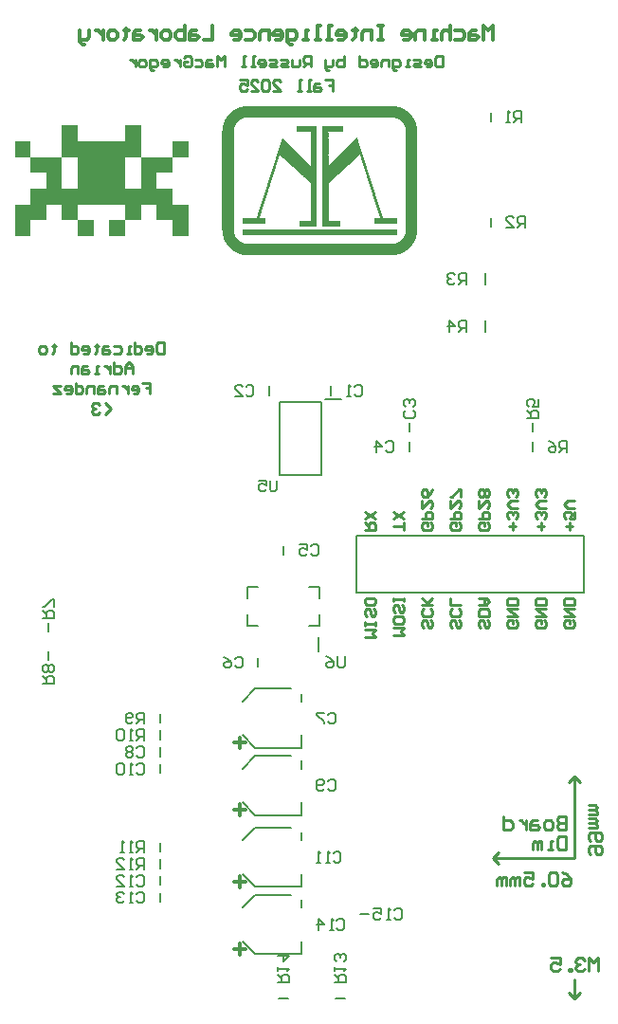
<source format=gbr>
%TF.GenerationSoftware,Altium Limited,Altium Designer,25.2.1 (25)*%
G04 Layer_Color=6809061*
%FSLAX43Y43*%
%MOMM*%
%TF.SameCoordinates,F457C3C9-6880-4064-B818-50B76E06CF19*%
%TF.FilePolarity,Positive*%
%TF.FileFunction,Legend,Bot*%
%TF.Part,Single*%
G01*
G75*
%TA.AperFunction,NonConductor*%
%ADD34C,0.200*%
%ADD36C,0.254*%
%ADD38C,0.300*%
%ADD40C,0.250*%
G36*
X17273Y83114D02*
X20091D01*
Y81707D01*
X20089D01*
Y81705D01*
X18682D01*
Y80296D01*
X20089D01*
Y80294D01*
X20091D01*
Y78887D01*
X21500D01*
Y76069D01*
X20091D01*
Y77478D01*
X18684D01*
Y77479D01*
X18682D01*
Y78887D01*
X17273D01*
Y77479D01*
X17271D01*
Y77478D01*
X15864D01*
Y78887D01*
X11637D01*
Y77478D01*
X13044D01*
Y77476D01*
X13046D01*
Y76069D01*
X11637D01*
Y77478D01*
X10229D01*
Y77479D01*
X10228D01*
Y78887D01*
X8819D01*
Y77479D01*
X8817D01*
Y77478D01*
X7409D01*
Y76069D01*
X6000D01*
Y78887D01*
X7409D01*
Y80294D01*
X7411D01*
Y80296D01*
X8819D01*
Y81705D01*
X7411D01*
Y81707D01*
X7409D01*
Y83114D01*
X6000D01*
Y84126D01*
Y84128D01*
Y84523D01*
X7408D01*
Y84521D01*
X7409D01*
Y83114D01*
X10228D01*
Y80296D01*
X11637D01*
Y83114D01*
X10228D01*
Y85932D01*
X11637D01*
Y84523D01*
X15864D01*
Y85932D01*
X17273D01*
Y83114D01*
D02*
G37*
G36*
X21500D02*
X20091D01*
Y83546D01*
Y83548D01*
Y84521D01*
X20093D01*
Y84523D01*
X21500D01*
Y83114D01*
D02*
G37*
G36*
X15864Y77367D02*
Y77366D01*
Y76069D01*
X14455D01*
Y77476D01*
X14457D01*
Y77478D01*
X15864D01*
Y77367D01*
D02*
G37*
G36*
X39767Y87658D02*
X39908D01*
Y87647D01*
X39984D01*
Y87636D01*
X40060D01*
Y87626D01*
X40114D01*
Y87615D01*
X40179D01*
Y87604D01*
X40201D01*
Y87593D01*
X40255D01*
Y87582D01*
X40298D01*
Y87571D01*
X40331D01*
Y87560D01*
X40374D01*
Y87550D01*
X40396D01*
Y87539D01*
X40429D01*
Y87528D01*
X40461D01*
Y87517D01*
X40483D01*
Y87506D01*
X40515D01*
Y87495D01*
X40537D01*
Y87484D01*
X40580D01*
Y87474D01*
X40591D01*
Y87463D01*
X40624D01*
Y87452D01*
X40635D01*
Y87441D01*
X40656D01*
Y87430D01*
X40689D01*
Y87419D01*
X40700D01*
Y87409D01*
X40732D01*
Y87398D01*
X40754D01*
Y87387D01*
X40776D01*
Y87376D01*
X40787D01*
Y87365D01*
X40808D01*
Y87354D01*
X40830D01*
Y87343D01*
X40841D01*
Y87333D01*
X40863D01*
Y87322D01*
X40884D01*
Y87311D01*
X40895D01*
Y87300D01*
X40917D01*
Y87289D01*
X40928D01*
Y87278D01*
X40949D01*
Y87267D01*
X40960D01*
Y87257D01*
X40982D01*
Y87246D01*
X40993D01*
Y87235D01*
X41004D01*
Y87224D01*
X41025D01*
Y87213D01*
X41036D01*
Y87202D01*
X41058D01*
Y87191D01*
X41069D01*
Y87181D01*
X41080D01*
Y87170D01*
X41101D01*
Y87159D01*
X41112D01*
Y87148D01*
X41123D01*
Y87137D01*
X41134D01*
Y87126D01*
X41145D01*
Y87116D01*
X41166D01*
Y87094D01*
X41188D01*
Y87083D01*
X41199D01*
Y87072D01*
X41210D01*
Y87061D01*
X41221D01*
Y87050D01*
X41232D01*
Y87040D01*
X41242D01*
Y87029D01*
X41253D01*
Y87018D01*
X41275D01*
Y86996D01*
X41297D01*
Y86974D01*
X41308D01*
Y86964D01*
X41318D01*
Y86953D01*
X41329D01*
Y86942D01*
X41340D01*
Y86931D01*
X41351D01*
Y86920D01*
X41362D01*
Y86909D01*
X41373D01*
Y86898D01*
X41383D01*
Y86888D01*
X41394D01*
Y86877D01*
X41405D01*
Y86855D01*
X41416D01*
Y86844D01*
X41427D01*
Y86833D01*
X41438D01*
Y86823D01*
X41449D01*
Y86812D01*
X41459D01*
Y86790D01*
X41470D01*
Y86779D01*
X41481D01*
Y86768D01*
X41492D01*
Y86757D01*
X41503D01*
Y86736D01*
X41514D01*
Y86725D01*
X41525D01*
Y86703D01*
X41535D01*
Y86692D01*
X41546D01*
Y86681D01*
X41557D01*
Y86660D01*
X41568D01*
Y86649D01*
X41579D01*
Y86627D01*
X41590D01*
Y86616D01*
X41601D01*
Y86605D01*
X41611D01*
Y86573D01*
X41622D01*
Y86562D01*
X41633D01*
Y86540D01*
X41644D01*
Y86530D01*
X41655D01*
Y86508D01*
X41666D01*
Y86486D01*
X41676D01*
Y86475D01*
X41687D01*
Y86454D01*
X41698D01*
Y86432D01*
X41709D01*
Y86410D01*
X41720D01*
Y86378D01*
X41731D01*
Y86367D01*
X41742D01*
Y86334D01*
X41752D01*
Y86323D01*
X41763D01*
Y86291D01*
X41774D01*
Y86269D01*
X41785D01*
Y86247D01*
X41796D01*
Y86215D01*
X41807D01*
Y86193D01*
X41818D01*
Y86150D01*
X41828D01*
Y86128D01*
X41839D01*
Y86095D01*
X41850D01*
Y86063D01*
X41861D01*
Y86041D01*
X41872D01*
Y85987D01*
X41883D01*
Y85954D01*
X41894D01*
Y85900D01*
X41904D01*
Y85868D01*
X41915D01*
Y85824D01*
X41926D01*
Y85748D01*
X41937D01*
Y85694D01*
X41948D01*
Y85596D01*
X41959D01*
Y85455D01*
X41969D01*
Y76546D01*
X41959D01*
Y76405D01*
X41948D01*
Y76307D01*
X41937D01*
Y76253D01*
X41926D01*
Y76177D01*
X41915D01*
Y76133D01*
X41904D01*
Y76101D01*
X41894D01*
Y76047D01*
X41883D01*
Y76014D01*
X41872D01*
Y75960D01*
X41861D01*
Y75938D01*
X41850D01*
Y75906D01*
X41839D01*
Y75873D01*
X41828D01*
Y75851D01*
X41818D01*
Y75808D01*
X41807D01*
Y75786D01*
X41796D01*
Y75754D01*
X41785D01*
Y75732D01*
X41774D01*
Y75710D01*
X41763D01*
Y75678D01*
X41752D01*
Y75667D01*
X41742D01*
Y75634D01*
X41731D01*
Y75623D01*
X41720D01*
Y75591D01*
X41709D01*
Y75569D01*
X41698D01*
Y75547D01*
X41687D01*
Y75526D01*
X41676D01*
Y75515D01*
X41666D01*
Y75493D01*
X41655D01*
Y75471D01*
X41644D01*
Y75461D01*
X41633D01*
Y75439D01*
X41622D01*
Y75428D01*
X41611D01*
Y75395D01*
X41601D01*
Y75385D01*
X41590D01*
Y75374D01*
X41579D01*
Y75352D01*
X41568D01*
Y75341D01*
X41557D01*
Y75320D01*
X41546D01*
Y75309D01*
X41535D01*
Y75298D01*
X41525D01*
Y75276D01*
X41514D01*
Y75265D01*
X41503D01*
Y75244D01*
X41492D01*
Y75233D01*
X41481D01*
Y75222D01*
X41470D01*
Y75211D01*
X41459D01*
Y75189D01*
X41449D01*
Y75178D01*
X41438D01*
Y75168D01*
X41427D01*
Y75157D01*
X41416D01*
Y75146D01*
X41405D01*
Y75124D01*
X41394D01*
Y75113D01*
X41383D01*
Y75102D01*
X41373D01*
Y75092D01*
X41362D01*
Y75081D01*
X41351D01*
Y75070D01*
X41340D01*
Y75059D01*
X41329D01*
Y75048D01*
X41318D01*
Y75037D01*
X41308D01*
Y75027D01*
X41297D01*
Y75005D01*
X41275D01*
Y74983D01*
X41253D01*
Y74972D01*
X41242D01*
Y74961D01*
X41232D01*
Y74951D01*
X41221D01*
Y74940D01*
X41210D01*
Y74929D01*
X41199D01*
Y74918D01*
X41188D01*
Y74907D01*
X41166D01*
Y74885D01*
X41145D01*
Y74875D01*
X41134D01*
Y74864D01*
X41123D01*
Y74853D01*
X41112D01*
Y74842D01*
X41101D01*
Y74831D01*
X41080D01*
Y74820D01*
X41069D01*
Y74809D01*
X41058D01*
Y74799D01*
X41036D01*
Y74788D01*
X41025D01*
Y74777D01*
X41004D01*
Y74766D01*
X40993D01*
Y74755D01*
X40982D01*
Y74744D01*
X40960D01*
Y74734D01*
X40949D01*
Y74723D01*
X40928D01*
Y74712D01*
X40917D01*
Y74701D01*
X40895D01*
Y74690D01*
X40884D01*
Y74679D01*
X40863D01*
Y74668D01*
X40841D01*
Y74658D01*
X40830D01*
Y74647D01*
X40808D01*
Y74636D01*
X40787D01*
Y74625D01*
X40776D01*
Y74614D01*
X40754D01*
Y74603D01*
X40732D01*
Y74592D01*
X40700D01*
Y74582D01*
X40689D01*
Y74571D01*
X40656D01*
Y74560D01*
X40635D01*
Y74549D01*
X40624D01*
Y74538D01*
X40591D01*
Y74527D01*
X40580D01*
Y74516D01*
X40537D01*
Y74506D01*
X40515D01*
Y74495D01*
X40483D01*
Y74484D01*
X40461D01*
Y74473D01*
X40429D01*
Y74462D01*
X40396D01*
Y74451D01*
X40374D01*
Y74441D01*
X40331D01*
Y74430D01*
X40298D01*
Y74419D01*
X40255D01*
Y74408D01*
X40201D01*
Y74397D01*
X40179D01*
Y74386D01*
X40114D01*
Y74375D01*
X40060D01*
Y74365D01*
X39984D01*
Y74354D01*
X39908D01*
Y74343D01*
X39767D01*
Y74332D01*
X26733D01*
Y74343D01*
X26592D01*
Y74354D01*
X26516D01*
Y74365D01*
X26440D01*
Y74375D01*
X26386D01*
Y74386D01*
X26321D01*
Y74397D01*
X26299D01*
Y74408D01*
X26245D01*
Y74419D01*
X26202D01*
Y74430D01*
X26169D01*
Y74441D01*
X26126D01*
Y74451D01*
X26104D01*
Y74462D01*
X26071D01*
Y74473D01*
X26039D01*
Y74484D01*
X26017D01*
Y74495D01*
X25985D01*
Y74506D01*
X25963D01*
Y74516D01*
X25920D01*
Y74527D01*
X25909D01*
Y74538D01*
X25876D01*
Y74549D01*
X25865D01*
Y74560D01*
X25844D01*
Y74571D01*
X25811D01*
Y74582D01*
X25800D01*
Y74592D01*
X25768D01*
Y74603D01*
X25746D01*
Y74614D01*
X25724D01*
Y74625D01*
X25713D01*
Y74636D01*
X25692D01*
Y74647D01*
X25670D01*
Y74658D01*
X25659D01*
Y74668D01*
X25637D01*
Y74679D01*
X25616D01*
Y74690D01*
X25605D01*
Y74701D01*
X25583D01*
Y74712D01*
X25572D01*
Y74723D01*
X25551D01*
Y74734D01*
X25540D01*
Y74744D01*
X25518D01*
Y74755D01*
X25507D01*
Y74766D01*
X25496D01*
Y74777D01*
X25475D01*
Y74788D01*
X25464D01*
Y74799D01*
X25442D01*
Y74809D01*
X25431D01*
Y74820D01*
X25420D01*
Y74831D01*
X25399D01*
Y74842D01*
X25388D01*
Y74853D01*
X25377D01*
Y74864D01*
X25366D01*
Y74875D01*
X25355D01*
Y74885D01*
X25334D01*
Y74907D01*
X25312D01*
Y74918D01*
X25301D01*
Y74929D01*
X25290D01*
Y74940D01*
X25279D01*
Y74951D01*
X25268D01*
Y74961D01*
X25258D01*
Y74972D01*
X25247D01*
Y74983D01*
X25225D01*
Y75005D01*
X25203D01*
Y75027D01*
X25192D01*
Y75037D01*
X25182D01*
Y75048D01*
X25171D01*
Y75059D01*
X25160D01*
Y75070D01*
X25149D01*
Y75081D01*
X25138D01*
Y75092D01*
X25127D01*
Y75102D01*
X25117D01*
Y75113D01*
X25106D01*
Y75124D01*
X25095D01*
Y75146D01*
X25084D01*
Y75157D01*
X25073D01*
Y75168D01*
X25062D01*
Y75178D01*
X25051D01*
Y75189D01*
X25041D01*
Y75211D01*
X25030D01*
Y75222D01*
X25019D01*
Y75233D01*
X25008D01*
Y75244D01*
X24997D01*
Y75265D01*
X24986D01*
Y75276D01*
X24975D01*
Y75298D01*
X24965D01*
Y75309D01*
X24954D01*
Y75320D01*
X24943D01*
Y75341D01*
X24932D01*
Y75352D01*
X24921D01*
Y75374D01*
X24910D01*
Y75385D01*
X24899D01*
Y75395D01*
X24889D01*
Y75428D01*
X24878D01*
Y75439D01*
X24867D01*
Y75461D01*
X24856D01*
Y75471D01*
X24845D01*
Y75493D01*
X24834D01*
Y75515D01*
X24824D01*
Y75526D01*
X24813D01*
Y75547D01*
X24802D01*
Y75569D01*
X24791D01*
Y75591D01*
X24780D01*
Y75623D01*
X24769D01*
Y75634D01*
X24758D01*
Y75667D01*
X24748D01*
Y75678D01*
X24737D01*
Y75710D01*
X24726D01*
Y75732D01*
X24715D01*
Y75754D01*
X24704D01*
Y75786D01*
X24693D01*
Y75808D01*
X24682D01*
Y75851D01*
X24672D01*
Y75873D01*
X24661D01*
Y75906D01*
X24650D01*
Y75938D01*
X24639D01*
Y75960D01*
X24628D01*
Y76014D01*
X24617D01*
Y76047D01*
X24606D01*
Y76101D01*
X24596D01*
Y76133D01*
X24585D01*
Y76177D01*
X24574D01*
Y76253D01*
X24563D01*
Y76307D01*
X24552D01*
Y76405D01*
X24541D01*
Y76546D01*
X24531D01*
Y85455D01*
X24541D01*
Y85596D01*
X24552D01*
Y85694D01*
X24563D01*
Y85748D01*
X24574D01*
Y85824D01*
X24585D01*
Y85868D01*
X24596D01*
Y85900D01*
X24606D01*
Y85954D01*
X24617D01*
Y85987D01*
X24628D01*
Y86041D01*
X24639D01*
Y86063D01*
X24650D01*
Y86095D01*
X24661D01*
Y86128D01*
X24672D01*
Y86150D01*
X24682D01*
Y86193D01*
X24693D01*
Y86215D01*
X24704D01*
Y86247D01*
X24715D01*
Y86269D01*
X24726D01*
Y86291D01*
X24737D01*
Y86323D01*
X24748D01*
Y86334D01*
X24758D01*
Y86367D01*
X24769D01*
Y86378D01*
X24780D01*
Y86410D01*
X24791D01*
Y86432D01*
X24802D01*
Y86454D01*
X24813D01*
Y86475D01*
X24824D01*
Y86486D01*
X24834D01*
Y86508D01*
X24845D01*
Y86530D01*
X24856D01*
Y86540D01*
X24867D01*
Y86562D01*
X24878D01*
Y86573D01*
X24889D01*
Y86605D01*
X24899D01*
Y86616D01*
X24910D01*
Y86627D01*
X24921D01*
Y86649D01*
X24932D01*
Y86660D01*
X24943D01*
Y86681D01*
X24954D01*
Y86692D01*
X24965D01*
Y86703D01*
X24975D01*
Y86725D01*
X24986D01*
Y86736D01*
X24997D01*
Y86757D01*
X25008D01*
Y86768D01*
X25019D01*
Y86779D01*
X25030D01*
Y86790D01*
X25041D01*
Y86812D01*
X25051D01*
Y86823D01*
X25062D01*
Y86833D01*
X25073D01*
Y86844D01*
X25084D01*
Y86855D01*
X25095D01*
Y86877D01*
X25106D01*
Y86888D01*
X25117D01*
Y86898D01*
X25127D01*
Y86909D01*
X25138D01*
Y86920D01*
X25149D01*
Y86931D01*
X25160D01*
Y86942D01*
X25171D01*
Y86953D01*
X25182D01*
Y86964D01*
X25192D01*
Y86974D01*
X25203D01*
Y86996D01*
X25225D01*
Y87018D01*
X25247D01*
Y87029D01*
X25258D01*
Y87040D01*
X25268D01*
Y87050D01*
X25279D01*
Y87061D01*
X25290D01*
Y87072D01*
X25301D01*
Y87083D01*
X25312D01*
Y87094D01*
X25334D01*
Y87116D01*
X25355D01*
Y87126D01*
X25366D01*
Y87137D01*
X25377D01*
Y87148D01*
X25388D01*
Y87159D01*
X25399D01*
Y87170D01*
X25420D01*
Y87181D01*
X25431D01*
Y87191D01*
X25442D01*
Y87202D01*
X25464D01*
Y87213D01*
X25475D01*
Y87224D01*
X25496D01*
Y87235D01*
X25507D01*
Y87246D01*
X25518D01*
Y87257D01*
X25540D01*
Y87267D01*
X25551D01*
Y87278D01*
X25572D01*
Y87289D01*
X25583D01*
Y87300D01*
X25605D01*
Y87311D01*
X25616D01*
Y87322D01*
X25637D01*
Y87333D01*
X25659D01*
Y87343D01*
X25670D01*
Y87354D01*
X25692D01*
Y87365D01*
X25713D01*
Y87376D01*
X25724D01*
Y87387D01*
X25746D01*
Y87398D01*
X25768D01*
Y87409D01*
X25800D01*
Y87419D01*
X25811D01*
Y87430D01*
X25844D01*
Y87441D01*
X25865D01*
Y87452D01*
X25876D01*
Y87463D01*
X25909D01*
Y87474D01*
X25920D01*
Y87484D01*
X25963D01*
Y87495D01*
X25985D01*
Y87506D01*
X26017D01*
Y87517D01*
X26039D01*
Y87528D01*
X26071D01*
Y87539D01*
X26104D01*
Y87550D01*
X26126D01*
Y87560D01*
X26169D01*
Y87571D01*
X26202D01*
Y87582D01*
X26245D01*
Y87593D01*
X26299D01*
Y87604D01*
X26321D01*
Y87615D01*
X26386D01*
Y87626D01*
X26440D01*
Y87636D01*
X26516D01*
Y87647D01*
X26592D01*
Y87658D01*
X26733D01*
Y87669D01*
X39767D01*
Y87658D01*
D02*
G37*
%LPC*%
G36*
X17273Y83114D02*
X15864D01*
Y80296D01*
X17273D01*
Y83114D01*
D02*
G37*
G36*
X39788Y86638D02*
X26712D01*
Y86627D01*
X26614D01*
Y86616D01*
X26560D01*
Y86605D01*
X26527D01*
Y86595D01*
X26473D01*
Y86584D01*
X26451D01*
Y86573D01*
X26408D01*
Y86562D01*
X26386D01*
Y86551D01*
X26354D01*
Y86540D01*
X26332D01*
Y86530D01*
X26310D01*
Y86519D01*
X26278D01*
Y86508D01*
X26267D01*
Y86497D01*
X26245D01*
Y86486D01*
X26223D01*
Y86475D01*
X26202D01*
Y86464D01*
X26180D01*
Y86454D01*
X26169D01*
Y86443D01*
X26147D01*
Y86432D01*
X26126D01*
Y86421D01*
X26115D01*
Y86410D01*
X26104D01*
Y86399D01*
X26082D01*
Y86388D01*
X26071D01*
Y86378D01*
X26061D01*
Y86367D01*
X26039D01*
Y86356D01*
X26028D01*
Y86345D01*
X26017D01*
Y86334D01*
X26006D01*
Y86323D01*
X25996D01*
Y86312D01*
X25974D01*
Y86302D01*
X25963D01*
Y86291D01*
X25952D01*
Y86280D01*
X25941D01*
Y86269D01*
X25930D01*
Y86258D01*
X25920D01*
Y86247D01*
X25909D01*
Y86237D01*
X25898D01*
Y86226D01*
X25887D01*
Y86204D01*
X25876D01*
Y86193D01*
X25865D01*
Y86182D01*
X25854D01*
Y86171D01*
X25844D01*
Y86161D01*
X25833D01*
Y86150D01*
X25822D01*
Y86128D01*
X25811D01*
Y86117D01*
X25800D01*
Y86095D01*
X25789D01*
Y86085D01*
X25778D01*
Y86074D01*
X25768D01*
Y86052D01*
X25757D01*
Y86030D01*
X25746D01*
Y86019D01*
X25735D01*
Y85998D01*
X25724D01*
Y85976D01*
X25713D01*
Y85965D01*
X25703D01*
Y85943D01*
X25692D01*
Y85911D01*
X25681D01*
Y85900D01*
X25670D01*
Y85868D01*
X25659D01*
Y85857D01*
X25648D01*
Y85813D01*
X25637D01*
Y85792D01*
X25627D01*
Y85759D01*
X25616D01*
Y85716D01*
X25605D01*
Y85683D01*
X25594D01*
Y85629D01*
X25583D01*
Y85585D01*
X25572D01*
Y85509D01*
X25561D01*
Y76492D01*
X25572D01*
Y76416D01*
X25583D01*
Y76372D01*
X25594D01*
Y76318D01*
X25605D01*
Y76285D01*
X25616D01*
Y76242D01*
X25627D01*
Y76209D01*
X25637D01*
Y76188D01*
X25648D01*
Y76144D01*
X25659D01*
Y76133D01*
X25670D01*
Y76101D01*
X25681D01*
Y76090D01*
X25692D01*
Y76057D01*
X25703D01*
Y76036D01*
X25713D01*
Y76025D01*
X25724D01*
Y76003D01*
X25735D01*
Y75981D01*
X25746D01*
Y75971D01*
X25757D01*
Y75949D01*
X25768D01*
Y75927D01*
X25778D01*
Y75916D01*
X25789D01*
Y75906D01*
X25800D01*
Y75884D01*
X25811D01*
Y75873D01*
X25822D01*
Y75851D01*
X25833D01*
Y75840D01*
X25844D01*
Y75830D01*
X25854D01*
Y75819D01*
X25865D01*
Y75808D01*
X25876D01*
Y75786D01*
X25887D01*
Y75775D01*
X25898D01*
Y75764D01*
X25909D01*
Y75754D01*
X25920D01*
Y75743D01*
X25930D01*
Y75732D01*
X25941D01*
Y75721D01*
X25952D01*
Y75710D01*
X25963D01*
Y75699D01*
X25974D01*
Y75688D01*
X25996D01*
Y75678D01*
X26006D01*
Y75667D01*
X26017D01*
Y75656D01*
X26028D01*
Y75645D01*
X26039D01*
Y75634D01*
X26061D01*
Y75623D01*
X26071D01*
Y75613D01*
X26082D01*
Y75602D01*
X26104D01*
Y75591D01*
X26115D01*
Y75580D01*
X26126D01*
Y75569D01*
X26147D01*
Y75558D01*
X26169D01*
Y75547D01*
X26180D01*
Y75537D01*
X26202D01*
Y75526D01*
X26223D01*
Y75515D01*
X26245D01*
Y75504D01*
X26267D01*
Y75493D01*
X26278D01*
Y75482D01*
X26310D01*
Y75471D01*
X26332D01*
Y75461D01*
X26354D01*
Y75450D01*
X26386D01*
Y75439D01*
X26408D01*
Y75428D01*
X26451D01*
Y75417D01*
X26473D01*
Y75406D01*
X26527D01*
Y75395D01*
X26560D01*
Y75385D01*
X26614D01*
Y75374D01*
X26712D01*
Y75363D01*
X39799D01*
Y75374D01*
X39886D01*
Y75385D01*
X39940D01*
Y75395D01*
X39973D01*
Y75406D01*
X40027D01*
Y75417D01*
X40049D01*
Y75428D01*
X40092D01*
Y75439D01*
X40114D01*
Y75450D01*
X40146D01*
Y75461D01*
X40168D01*
Y75471D01*
X40190D01*
Y75482D01*
X40222D01*
Y75493D01*
X40233D01*
Y75504D01*
X40255D01*
Y75515D01*
X40277D01*
Y75526D01*
X40298D01*
Y75537D01*
X40320D01*
Y75547D01*
X40331D01*
Y75558D01*
X40353D01*
Y75569D01*
X40374D01*
Y75580D01*
X40385D01*
Y75591D01*
X40396D01*
Y75602D01*
X40418D01*
Y75613D01*
X40429D01*
Y75623D01*
X40439D01*
Y75634D01*
X40461D01*
Y75645D01*
X40472D01*
Y75656D01*
X40483D01*
Y75667D01*
X40494D01*
Y75678D01*
X40504D01*
Y75688D01*
X40526D01*
Y75699D01*
X40537D01*
Y75710D01*
X40548D01*
Y75721D01*
X40559D01*
Y75732D01*
X40570D01*
Y75743D01*
X40580D01*
Y75754D01*
X40591D01*
Y75764D01*
X40602D01*
Y75775D01*
X40613D01*
Y75786D01*
X40624D01*
Y75808D01*
X40635D01*
Y75819D01*
X40646D01*
Y75830D01*
X40656D01*
Y75840D01*
X40667D01*
Y75851D01*
X40678D01*
Y75873D01*
X40689D01*
Y75884D01*
X40700D01*
Y75906D01*
X40711D01*
Y75916D01*
X40722D01*
Y75927D01*
X40732D01*
Y75949D01*
X40743D01*
Y75971D01*
X40754D01*
Y75981D01*
X40765D01*
Y75992D01*
X40776D01*
Y76025D01*
X40787D01*
Y76036D01*
X40797D01*
Y76057D01*
X40808D01*
Y76090D01*
X40819D01*
Y76101D01*
X40830D01*
Y76133D01*
X40841D01*
Y76144D01*
X40852D01*
Y76188D01*
X40863D01*
Y76209D01*
X40873D01*
Y76242D01*
X40884D01*
Y76285D01*
X40895D01*
Y76318D01*
X40906D01*
Y76372D01*
X40917D01*
Y76416D01*
X40928D01*
Y76492D01*
X40939D01*
Y85509D01*
X40928D01*
Y85585D01*
X40917D01*
Y85629D01*
X40906D01*
Y85683D01*
X40895D01*
Y85716D01*
X40884D01*
Y85759D01*
X40873D01*
Y85792D01*
X40863D01*
Y85813D01*
X40852D01*
Y85857D01*
X40841D01*
Y85868D01*
X40830D01*
Y85900D01*
X40819D01*
Y85911D01*
X40808D01*
Y85943D01*
X40797D01*
Y85965D01*
X40787D01*
Y85976D01*
X40776D01*
Y85998D01*
X40765D01*
Y86019D01*
X40754D01*
Y86030D01*
X40743D01*
Y86052D01*
X40732D01*
Y86074D01*
X40722D01*
Y86085D01*
X40711D01*
Y86095D01*
X40700D01*
Y86117D01*
X40689D01*
Y86128D01*
X40678D01*
Y86150D01*
X40667D01*
Y86161D01*
X40656D01*
Y86171D01*
X40646D01*
Y86182D01*
X40635D01*
Y86193D01*
X40624D01*
Y86215D01*
X40613D01*
Y86226D01*
X40602D01*
Y86237D01*
X40591D01*
Y86247D01*
X40580D01*
Y86258D01*
X40570D01*
Y86269D01*
X40559D01*
Y86280D01*
X40548D01*
Y86291D01*
X40537D01*
Y86302D01*
X40526D01*
Y86312D01*
X40504D01*
Y86323D01*
X40494D01*
Y86334D01*
X40483D01*
Y86345D01*
X40472D01*
Y86356D01*
X40461D01*
Y86367D01*
X40439D01*
Y86378D01*
X40429D01*
Y86388D01*
X40418D01*
Y86399D01*
X40396D01*
Y86410D01*
X40385D01*
Y86421D01*
X40374D01*
Y86432D01*
X40353D01*
Y86443D01*
X40331D01*
Y86454D01*
X40320D01*
Y86464D01*
X40298D01*
Y86475D01*
X40277D01*
Y86486D01*
X40255D01*
Y86497D01*
X40233D01*
Y86508D01*
X40222D01*
Y86519D01*
X40190D01*
Y86530D01*
X40168D01*
Y86540D01*
X40146D01*
Y86551D01*
X40114D01*
Y86562D01*
X40092D01*
Y86573D01*
X40049D01*
Y86584D01*
X40027D01*
Y86595D01*
X39973D01*
Y86605D01*
X39940D01*
Y86616D01*
X39886D01*
Y86627D01*
X39788D01*
Y86638D01*
D02*
G37*
%LPD*%
G36*
X32973Y85868D02*
X32995D01*
Y76915D01*
X32984D01*
Y76904D01*
X32973D01*
Y76893D01*
X32952D01*
Y76904D01*
X31487D01*
Y76893D01*
X31476D01*
Y76904D01*
X31454D01*
Y77403D01*
X31476D01*
Y77414D01*
X31497D01*
Y77403D01*
X31508D01*
Y77414D01*
X32431D01*
Y77403D01*
X32452D01*
Y77414D01*
X32474D01*
Y77425D01*
X32485D01*
Y78499D01*
Y78510D01*
Y80735D01*
X32474D01*
Y80756D01*
X32463D01*
Y80767D01*
X32452D01*
Y80778D01*
X32442D01*
Y80789D01*
X32420D01*
Y80800D01*
X32409D01*
Y80811D01*
X32398D01*
Y80821D01*
X32387D01*
Y80832D01*
X32376D01*
Y80843D01*
X32366D01*
Y80854D01*
X32355D01*
Y80865D01*
X32344D01*
Y80876D01*
X32333D01*
Y80887D01*
X32322D01*
Y80897D01*
X32311D01*
Y80908D01*
X32290D01*
Y80919D01*
X32279D01*
Y80930D01*
X32268D01*
Y80941D01*
X32257D01*
Y80952D01*
X32246D01*
Y80962D01*
X32235D01*
Y80973D01*
X32224D01*
Y80984D01*
X32214D01*
Y80995D01*
X32203D01*
Y81006D01*
X32192D01*
Y81017D01*
X32170D01*
Y81028D01*
X32159D01*
Y81038D01*
X32149D01*
Y81049D01*
X32138D01*
Y81060D01*
X32127D01*
Y81071D01*
X32116D01*
Y81082D01*
X32105D01*
Y81093D01*
X32094D01*
Y81104D01*
X32083D01*
Y81114D01*
X32062D01*
Y81125D01*
X32051D01*
Y81136D01*
X32040D01*
Y81147D01*
X32029D01*
Y81158D01*
X32018D01*
Y81169D01*
X32007D01*
Y81180D01*
X31997D01*
Y81190D01*
X31986D01*
Y81201D01*
X31975D01*
Y81212D01*
X31964D01*
Y81223D01*
X31953D01*
Y81234D01*
X31931D01*
Y81245D01*
X31921D01*
Y81255D01*
X31910D01*
Y81266D01*
X31899D01*
Y81277D01*
X31888D01*
Y81288D01*
X31877D01*
Y81299D01*
X31866D01*
Y81310D01*
X31856D01*
Y81321D01*
X31845D01*
Y81331D01*
X31823D01*
Y81342D01*
X31812D01*
Y81353D01*
X31801D01*
Y81364D01*
X31790D01*
Y81375D01*
X31780D01*
Y81386D01*
X31769D01*
Y81397D01*
X31758D01*
Y81407D01*
X31747D01*
Y81418D01*
X31736D01*
Y81429D01*
X31725D01*
Y81440D01*
X31714D01*
Y81451D01*
X31693D01*
Y81462D01*
X31682D01*
Y81473D01*
X31671D01*
Y81483D01*
X31660D01*
Y81494D01*
X31649D01*
Y81505D01*
X31639D01*
Y81516D01*
X31628D01*
Y81527D01*
X31617D01*
Y81538D01*
X31606D01*
Y81549D01*
X31584D01*
Y81559D01*
X31573D01*
Y81570D01*
X31563D01*
Y81581D01*
X31552D01*
Y81592D01*
X31541D01*
Y81603D01*
X31530D01*
Y81614D01*
X31519D01*
Y81624D01*
X31508D01*
Y81635D01*
X31497D01*
Y81646D01*
X31487D01*
Y81657D01*
X31465D01*
Y81668D01*
X31454D01*
Y81679D01*
X31443D01*
Y81690D01*
X31432D01*
Y81700D01*
X31421D01*
Y81711D01*
X31411D01*
Y81722D01*
X31400D01*
Y81733D01*
X31389D01*
Y81744D01*
X31378D01*
Y81755D01*
X31367D01*
Y81766D01*
X31356D01*
Y81776D01*
X31335D01*
Y81787D01*
X31324D01*
Y81798D01*
X31313D01*
Y81809D01*
X31302D01*
Y81820D01*
X31291D01*
Y81831D01*
X31280D01*
Y81841D01*
X31270D01*
Y81852D01*
X31259D01*
Y81863D01*
X31248D01*
Y81874D01*
X31226D01*
Y81885D01*
X31215D01*
Y81896D01*
X31204D01*
Y81907D01*
X31194D01*
Y81917D01*
X31183D01*
Y81928D01*
X31172D01*
Y81939D01*
X31161D01*
Y81950D01*
X31150D01*
Y81961D01*
X31139D01*
Y81972D01*
X31128D01*
Y81983D01*
X31118D01*
Y81993D01*
X31096D01*
Y82004D01*
X31085D01*
Y82015D01*
X31074D01*
Y82026D01*
X31063D01*
Y82037D01*
X31052D01*
Y82048D01*
X31042D01*
Y82059D01*
X31031D01*
Y82069D01*
X31020D01*
Y82080D01*
X31009D01*
Y82091D01*
X30987D01*
Y82102D01*
X30977D01*
Y82113D01*
X30966D01*
Y82124D01*
X30955D01*
Y82134D01*
X30944D01*
Y82145D01*
X30933D01*
Y82156D01*
X30922D01*
Y82167D01*
X30911D01*
Y82178D01*
X30901D01*
Y82189D01*
X30890D01*
Y82200D01*
X30879D01*
Y82210D01*
X30857D01*
Y82221D01*
X30846D01*
Y82232D01*
X30835D01*
Y82243D01*
X30825D01*
Y82254D01*
X30814D01*
Y82265D01*
X30803D01*
Y82276D01*
X30781D01*
Y82297D01*
X30770D01*
Y82308D01*
X30749D01*
Y82330D01*
X30727D01*
Y82341D01*
X30716D01*
Y82352D01*
X30705D01*
Y82362D01*
X30694D01*
Y82373D01*
X30684D01*
Y82384D01*
X30673D01*
Y82395D01*
X30662D01*
Y82406D01*
X30640D01*
Y82417D01*
X30629D01*
Y82427D01*
X30618D01*
Y82438D01*
X30608D01*
Y82449D01*
X30597D01*
Y82460D01*
X30586D01*
Y82471D01*
X30575D01*
Y82482D01*
X30564D01*
Y82493D01*
X30553D01*
Y82503D01*
X30542D01*
Y82514D01*
X30532D01*
Y82525D01*
X30521D01*
Y82536D01*
X30499D01*
Y82547D01*
X30488D01*
Y82558D01*
X30477D01*
Y82569D01*
X30466D01*
Y82579D01*
X30456D01*
Y82590D01*
X30445D01*
Y82601D01*
X30434D01*
Y82612D01*
X30423D01*
Y82623D01*
X30412D01*
Y82634D01*
X30391D01*
Y82645D01*
X30380D01*
Y82655D01*
X30369D01*
Y82666D01*
X30358D01*
Y82677D01*
X30347D01*
Y82688D01*
X30336D01*
Y82699D01*
X30325D01*
Y82710D01*
X30315D01*
Y82720D01*
X30304D01*
Y82731D01*
X30293D01*
Y82742D01*
X30282D01*
Y82753D01*
X30260D01*
Y82764D01*
X30249D01*
Y82775D01*
X30239D01*
Y82786D01*
X30228D01*
Y82796D01*
X30217D01*
Y82807D01*
X30206D01*
Y82818D01*
X30195D01*
Y82829D01*
X30184D01*
Y82840D01*
X30173D01*
Y82851D01*
X30152D01*
Y82862D01*
X30141D01*
Y82872D01*
X30130D01*
Y82883D01*
X30119D01*
Y82894D01*
X30108D01*
Y82905D01*
X30098D01*
Y82916D01*
X30087D01*
Y82927D01*
X30076D01*
Y82938D01*
X30065D01*
Y82948D01*
X30054D01*
Y82959D01*
X30032D01*
Y82970D01*
X30022D01*
Y82981D01*
X30011D01*
Y82992D01*
X30000D01*
Y83003D01*
X29989D01*
Y83013D01*
X29978D01*
Y83024D01*
X29967D01*
Y83035D01*
X29956D01*
Y83046D01*
X29946D01*
Y83057D01*
X29935D01*
Y83068D01*
X29924D01*
Y83079D01*
X29902D01*
Y83089D01*
X29891D01*
Y83100D01*
X29880D01*
Y83111D01*
X29870D01*
Y83122D01*
X29859D01*
Y83133D01*
X29848D01*
Y83144D01*
X29837D01*
Y83155D01*
X29826D01*
Y83165D01*
X29815D01*
Y83176D01*
X29794D01*
Y83187D01*
X29783D01*
Y83198D01*
X29772D01*
Y83209D01*
X29761D01*
Y83220D01*
X29750D01*
Y83231D01*
X29739D01*
Y83241D01*
X29729D01*
Y83252D01*
X29718D01*
Y83263D01*
X29696D01*
Y83285D01*
X29685D01*
Y83296D01*
X29663D01*
Y83285D01*
X29653D01*
Y83263D01*
X29642D01*
Y83231D01*
X29631D01*
Y83198D01*
X29620D01*
Y83165D01*
X29609D01*
Y83122D01*
X29598D01*
Y83089D01*
X29587D01*
Y83057D01*
X29577D01*
Y83024D01*
X29566D01*
Y82992D01*
X29555D01*
Y82959D01*
X29544D01*
Y82927D01*
X29533D01*
Y82883D01*
X29522D01*
Y82851D01*
X29512D01*
Y82818D01*
X29501D01*
Y82786D01*
X29490D01*
Y82753D01*
X29479D01*
Y82720D01*
X29468D01*
Y82688D01*
X29457D01*
Y82645D01*
X29446D01*
Y82612D01*
X29436D01*
Y82579D01*
X29425D01*
Y82547D01*
X29414D01*
Y82514D01*
X29403D01*
Y82482D01*
X29392D01*
Y82438D01*
X29381D01*
Y82417D01*
X29370D01*
Y82373D01*
X29360D01*
Y82341D01*
X29349D01*
Y82308D01*
X29338D01*
Y82276D01*
X29327D01*
Y82243D01*
X29316D01*
Y82200D01*
X29305D01*
Y82167D01*
X29294D01*
Y82134D01*
X29284D01*
Y82102D01*
X29273D01*
Y82069D01*
X29262D01*
Y82037D01*
X29251D01*
Y82004D01*
X29240D01*
Y81961D01*
X29229D01*
Y81939D01*
X29219D01*
Y81896D01*
X29208D01*
Y81863D01*
X29197D01*
Y81831D01*
X29186D01*
Y81798D01*
X29175D01*
Y81766D01*
X29164D01*
Y81722D01*
X29153D01*
Y81690D01*
X29143D01*
Y81657D01*
X29132D01*
Y81624D01*
X29121D01*
Y81592D01*
X29110D01*
Y81559D01*
X29099D01*
Y81527D01*
X29088D01*
Y81494D01*
X29077D01*
Y81451D01*
X29067D01*
Y81418D01*
X29056D01*
Y81386D01*
X29045D01*
Y81353D01*
X29034D01*
Y81321D01*
X29023D01*
Y81288D01*
X29012D01*
Y81255D01*
X29001D01*
Y81212D01*
X28991D01*
Y81180D01*
X28980D01*
Y81147D01*
X28969D01*
Y81114D01*
X28958D01*
Y81082D01*
X28947D01*
Y81049D01*
X28936D01*
Y81006D01*
X28926D01*
Y80973D01*
X28915D01*
Y80941D01*
X28904D01*
Y80908D01*
X28893D01*
Y80876D01*
X28882D01*
Y80843D01*
X28871D01*
Y80811D01*
X28860D01*
Y80778D01*
X28850D01*
Y80735D01*
X28839D01*
Y80713D01*
X28828D01*
Y80669D01*
X28817D01*
Y80637D01*
X28806D01*
Y80604D01*
X28795D01*
Y80572D01*
X28784D01*
Y80539D01*
X28774D01*
Y80496D01*
X28763D01*
Y80463D01*
X28752D01*
Y80431D01*
X28741D01*
Y80398D01*
X28730D01*
Y80366D01*
X28719D01*
Y80333D01*
X28708D01*
Y80301D01*
X28698D01*
Y80257D01*
X28687D01*
Y80225D01*
X28676D01*
Y80192D01*
X28665D01*
Y80159D01*
X28654D01*
Y80127D01*
X28643D01*
Y80094D01*
X28633D01*
Y80062D01*
X28622D01*
Y80018D01*
X28611D01*
Y79986D01*
X28600D01*
Y79953D01*
X28589D01*
Y79921D01*
X28578D01*
Y79888D01*
X28567D01*
Y79856D01*
X28557D01*
Y79823D01*
X28546D01*
Y79780D01*
X28535D01*
Y79747D01*
X28524D01*
Y79715D01*
X28513D01*
Y79682D01*
X28502D01*
Y79649D01*
X28491D01*
Y79617D01*
X28481D01*
Y79573D01*
X28470D01*
Y79552D01*
X28459D01*
Y79508D01*
X28448D01*
Y79476D01*
X28437D01*
Y79443D01*
X28426D01*
Y79411D01*
X28415D01*
Y79378D01*
X28405D01*
Y79335D01*
X28394D01*
Y79313D01*
X28383D01*
Y79270D01*
X28372D01*
Y79237D01*
X28361D01*
Y79204D01*
X28350D01*
Y79172D01*
X28340D01*
Y79139D01*
X28329D01*
Y79096D01*
X28318D01*
Y79074D01*
X28307D01*
Y79031D01*
X28296D01*
Y78998D01*
X28285D01*
Y78966D01*
X28274D01*
Y78933D01*
X28264D01*
Y78901D01*
X28253D01*
Y78857D01*
X28242D01*
Y78836D01*
X28231D01*
Y78792D01*
X28220D01*
Y78760D01*
X28209D01*
Y78727D01*
X28198D01*
Y78694D01*
X28188D01*
Y78662D01*
X28177D01*
Y78629D01*
X28166D01*
Y78586D01*
X28155D01*
Y78553D01*
X28144D01*
Y78521D01*
X28133D01*
Y78488D01*
X28122D01*
Y78456D01*
X28112D01*
Y78423D01*
X28101D01*
Y78391D01*
X28090D01*
Y78347D01*
X28079D01*
Y78315D01*
X28068D01*
Y78282D01*
X28057D01*
Y78250D01*
X28047D01*
Y78217D01*
X28036D01*
Y78184D01*
X28025D01*
Y78152D01*
X28014D01*
Y78108D01*
X28003D01*
Y78076D01*
X27992D01*
Y78043D01*
X27981D01*
Y78011D01*
X27971D01*
Y77978D01*
X27960D01*
Y77946D01*
X27949D01*
Y77913D01*
X27938D01*
Y77870D01*
X27927D01*
Y77837D01*
X27916D01*
Y77805D01*
X27905D01*
Y77772D01*
X27895D01*
Y77739D01*
X27884D01*
Y77707D01*
X27873D01*
Y77674D01*
X27884D01*
Y77664D01*
X28383D01*
Y77164D01*
X28372D01*
Y77153D01*
X26332D01*
Y77164D01*
X26321D01*
Y77653D01*
X26332D01*
Y77664D01*
X27602D01*
Y77674D01*
X27612D01*
Y77685D01*
X27623D01*
Y77729D01*
X27634D01*
Y77761D01*
X27645D01*
Y77794D01*
X27656D01*
Y77826D01*
X27667D01*
Y77859D01*
X27678D01*
Y77891D01*
X27688D01*
Y77924D01*
X27699D01*
Y77957D01*
X27710D01*
Y77989D01*
X27721D01*
Y78022D01*
X27732D01*
Y78065D01*
X27743D01*
Y78098D01*
X27754D01*
Y78130D01*
X27764D01*
Y78163D01*
X27775D01*
Y78195D01*
X27786D01*
Y78228D01*
X27797D01*
Y78260D01*
X27808D01*
Y78304D01*
X27819D01*
Y78325D01*
X27829D01*
Y78369D01*
X27840D01*
Y78401D01*
X27851D01*
Y78434D01*
X27862D01*
Y78467D01*
X27873D01*
Y78499D01*
X27884D01*
Y78532D01*
X27895D01*
Y78564D01*
X27905D01*
Y78597D01*
X27916D01*
Y78640D01*
X27927D01*
Y78673D01*
X27938D01*
Y78705D01*
X27949D01*
Y78738D01*
X27960D01*
Y78770D01*
X27971D01*
Y78803D01*
X27981D01*
Y78836D01*
X27992D01*
Y78868D01*
X28003D01*
Y78901D01*
X28014D01*
Y78944D01*
X28025D01*
Y78977D01*
X28036D01*
Y79009D01*
X28047D01*
Y79042D01*
X28057D01*
Y79074D01*
X28068D01*
Y79107D01*
X28079D01*
Y79139D01*
X28090D01*
Y79172D01*
X28101D01*
Y79204D01*
X28112D01*
Y79248D01*
X28122D01*
Y79280D01*
X28133D01*
Y79313D01*
X28144D01*
Y79346D01*
X28155D01*
Y79378D01*
X28166D01*
Y79411D01*
X28177D01*
Y79443D01*
X28188D01*
Y79476D01*
X28198D01*
Y79519D01*
X28209D01*
Y79552D01*
X28220D01*
Y79584D01*
X28231D01*
Y79617D01*
X28242D01*
Y79649D01*
X28253D01*
Y79682D01*
X28264D01*
Y79715D01*
X28274D01*
Y79747D01*
X28285D01*
Y79780D01*
X28296D01*
Y79823D01*
X28307D01*
Y79856D01*
X28318D01*
Y79888D01*
X28329D01*
Y79921D01*
X28340D01*
Y79953D01*
X28350D01*
Y79986D01*
X28361D01*
Y80018D01*
X28372D01*
Y80051D01*
X28383D01*
Y80083D01*
X28394D01*
Y80116D01*
X28405D01*
Y80159D01*
X28415D01*
Y80192D01*
X28426D01*
Y80225D01*
X28437D01*
Y80257D01*
X28448D01*
Y80290D01*
X28459D01*
Y80322D01*
X28470D01*
Y80355D01*
X28481D01*
Y80387D01*
X28491D01*
Y80431D01*
X28502D01*
Y80452D01*
X28513D01*
Y80496D01*
X28524D01*
Y80528D01*
X28535D01*
Y80561D01*
X28546D01*
Y80594D01*
X28557D01*
Y80626D01*
X28567D01*
Y80659D01*
X28578D01*
Y80691D01*
X28589D01*
Y80735D01*
X28600D01*
Y80767D01*
X28611D01*
Y80800D01*
X28622D01*
Y80832D01*
X28633D01*
Y80865D01*
X28643D01*
Y80897D01*
X28654D01*
Y80930D01*
X28665D01*
Y80962D01*
X28676D01*
Y80995D01*
X28687D01*
Y81028D01*
X28698D01*
Y81071D01*
X28708D01*
Y81104D01*
X28719D01*
Y81136D01*
X28730D01*
Y81169D01*
X28741D01*
Y81201D01*
X28752D01*
Y81234D01*
X28763D01*
Y81266D01*
X28774D01*
Y81310D01*
X28784D01*
Y81342D01*
X28795D01*
Y81375D01*
X28806D01*
Y81407D01*
X28817D01*
Y81440D01*
X28828D01*
Y81473D01*
X28839D01*
Y81505D01*
X28850D01*
Y81538D01*
X28860D01*
Y81570D01*
X28871D01*
Y81603D01*
X28882D01*
Y81646D01*
X28893D01*
Y81679D01*
X28904D01*
Y81711D01*
X28915D01*
Y81744D01*
X28926D01*
Y81776D01*
X28936D01*
Y81809D01*
X28947D01*
Y81841D01*
X28958D01*
Y81885D01*
X28969D01*
Y81907D01*
X28980D01*
Y81950D01*
X28991D01*
Y81983D01*
X29001D01*
Y82015D01*
X29012D01*
Y82048D01*
X29023D01*
Y82080D01*
X29034D01*
Y82113D01*
X29045D01*
Y82145D01*
X29056D01*
Y82178D01*
X29067D01*
Y82221D01*
X29077D01*
Y82254D01*
X29088D01*
Y82286D01*
X29099D01*
Y82308D01*
X29110D01*
Y82352D01*
X29121D01*
Y82384D01*
X29132D01*
Y82417D01*
X29143D01*
Y82449D01*
X29153D01*
Y82482D01*
X29164D01*
Y82525D01*
X29175D01*
Y82558D01*
X29186D01*
Y82590D01*
X29197D01*
Y82623D01*
X29208D01*
Y82655D01*
X29219D01*
Y82688D01*
X29229D01*
Y82720D01*
X29240D01*
Y82764D01*
X29251D01*
Y82786D01*
X29262D01*
Y82829D01*
X29273D01*
Y82862D01*
X29284D01*
Y82894D01*
X29294D01*
Y82927D01*
X29305D01*
Y82959D01*
X29316D01*
Y82992D01*
X29327D01*
Y83024D01*
X29338D01*
Y83057D01*
X29349D01*
Y83100D01*
X29360D01*
Y83133D01*
X29370D01*
Y83165D01*
X29381D01*
Y83198D01*
X29392D01*
Y83231D01*
X29403D01*
Y83263D01*
X29414D01*
Y83296D01*
X29425D01*
Y83328D01*
X29436D01*
Y83361D01*
X29446D01*
Y83404D01*
X29457D01*
Y83437D01*
X29468D01*
Y83469D01*
X29479D01*
Y83502D01*
X29490D01*
Y83534D01*
X29501D01*
Y83567D01*
X29512D01*
Y83600D01*
X29522D01*
Y83632D01*
X29533D01*
Y83675D01*
X29544D01*
Y83708D01*
X29555D01*
Y83741D01*
X29566D01*
Y83773D01*
X29577D01*
Y83806D01*
X29587D01*
Y83838D01*
X29598D01*
Y83871D01*
X29609D01*
Y83903D01*
X29620D01*
Y83936D01*
X29631D01*
Y83979D01*
X29642D01*
Y84001D01*
X29653D01*
Y84044D01*
X29663D01*
Y84077D01*
X29674D01*
Y84110D01*
X29685D01*
Y84142D01*
X29696D01*
Y84175D01*
X29707D01*
Y84207D01*
X29718D01*
Y84240D01*
X29729D01*
Y84283D01*
X29739D01*
Y84316D01*
X29750D01*
Y84348D01*
X29761D01*
Y84381D01*
X29772D01*
Y84413D01*
X29783D01*
Y84446D01*
X29794D01*
Y84479D01*
X29805D01*
Y84511D01*
X29815D01*
Y84554D01*
X29826D01*
Y84576D01*
X29837D01*
Y84620D01*
X29848D01*
Y84652D01*
X29859D01*
Y84685D01*
X29870D01*
Y84717D01*
X29880D01*
Y84750D01*
X29891D01*
Y84782D01*
X29902D01*
Y84815D01*
X29913D01*
Y84826D01*
X29924D01*
Y84837D01*
X29935D01*
Y84826D01*
X29946D01*
Y84815D01*
X29956D01*
Y84804D01*
X29967D01*
Y84793D01*
X29978D01*
Y84782D01*
X29989D01*
Y84771D01*
X30000D01*
Y84761D01*
X30011D01*
Y84750D01*
X30022D01*
Y84739D01*
X30032D01*
Y84728D01*
X30043D01*
Y84717D01*
X30054D01*
Y84706D01*
X30065D01*
Y84696D01*
X30076D01*
Y84685D01*
X30087D01*
Y84674D01*
X30098D01*
Y84663D01*
X30108D01*
Y84652D01*
X30119D01*
Y84641D01*
X30130D01*
Y84630D01*
X30141D01*
Y84620D01*
X30152D01*
Y84609D01*
X30163D01*
Y84598D01*
X30173D01*
Y84587D01*
X30184D01*
Y84576D01*
X30195D01*
Y84565D01*
X30206D01*
Y84554D01*
X30217D01*
Y84544D01*
X30228D01*
Y84533D01*
X30239D01*
Y84522D01*
X30249D01*
Y84511D01*
X30260D01*
Y84500D01*
X30271D01*
Y84489D01*
X30282D01*
Y84479D01*
X30293D01*
Y84468D01*
X30304D01*
Y84457D01*
X30315D01*
Y84446D01*
X30325D01*
Y84435D01*
X30336D01*
Y84424D01*
X30347D01*
Y84413D01*
X30358D01*
Y84403D01*
X30369D01*
Y84392D01*
X30380D01*
Y84381D01*
X30391D01*
Y84370D01*
X30401D01*
Y84359D01*
X30412D01*
Y84348D01*
X30423D01*
Y84337D01*
X30434D01*
Y84327D01*
X30445D01*
Y84316D01*
X30456D01*
Y84305D01*
X30466D01*
Y84294D01*
X30477D01*
Y84283D01*
X30488D01*
Y84272D01*
X30499D01*
Y84261D01*
X30510D01*
Y84251D01*
X30521D01*
Y84240D01*
X30532D01*
Y84229D01*
X30542D01*
Y84218D01*
X30553D01*
Y84207D01*
X30564D01*
Y84196D01*
X30575D01*
Y84186D01*
X30586D01*
Y84175D01*
X30597D01*
Y84164D01*
X30608D01*
Y84153D01*
X30618D01*
Y84142D01*
X30629D01*
Y84131D01*
X30640D01*
Y84120D01*
X30651D01*
Y84110D01*
X30662D01*
Y84099D01*
X30673D01*
Y84088D01*
X30684D01*
Y84077D01*
X30694D01*
Y84066D01*
X30705D01*
Y84055D01*
X30716D01*
Y84044D01*
X30727D01*
Y84034D01*
X30738D01*
Y84023D01*
X30749D01*
Y84012D01*
X30759D01*
Y84001D01*
X30770D01*
Y83990D01*
X30781D01*
Y83979D01*
X30792D01*
Y83968D01*
X30803D01*
Y83958D01*
X30814D01*
Y83947D01*
X30825D01*
Y83936D01*
X30835D01*
Y83925D01*
X30846D01*
Y83914D01*
X30857D01*
Y83903D01*
X30868D01*
Y83893D01*
X30879D01*
Y83882D01*
X30890D01*
Y83871D01*
X30901D01*
Y83860D01*
X30911D01*
Y83849D01*
X30922D01*
Y83838D01*
X30933D01*
Y83827D01*
X30944D01*
Y83817D01*
X30955D01*
Y83806D01*
X30966D01*
Y83795D01*
X30977D01*
Y83784D01*
X30987D01*
Y83773D01*
X30998D01*
Y83762D01*
X31009D01*
Y83751D01*
X31020D01*
Y83741D01*
X31031D01*
Y83730D01*
X31042D01*
Y83719D01*
X31052D01*
Y83708D01*
X31063D01*
Y83697D01*
X31074D01*
Y83686D01*
X31085D01*
Y83675D01*
X31096D01*
Y83665D01*
X31107D01*
Y83654D01*
X31118D01*
Y83643D01*
X31128D01*
Y83632D01*
X31139D01*
Y83621D01*
X31150D01*
Y83610D01*
X31161D01*
Y83600D01*
X31172D01*
Y83589D01*
X31183D01*
Y83578D01*
X31194D01*
Y83567D01*
X31204D01*
Y83556D01*
X31215D01*
Y83545D01*
X31226D01*
Y83534D01*
X31237D01*
Y83524D01*
X31248D01*
Y83513D01*
X31259D01*
Y83502D01*
X31270D01*
Y83491D01*
X31280D01*
Y83480D01*
X31291D01*
Y83469D01*
X31302D01*
Y83458D01*
X31313D01*
Y83448D01*
X31324D01*
Y83437D01*
X31335D01*
Y83426D01*
X31345D01*
Y83415D01*
X31356D01*
Y83404D01*
X31367D01*
Y83393D01*
X31378D01*
Y83382D01*
X31389D01*
Y83372D01*
X31400D01*
Y83361D01*
X31411D01*
Y83350D01*
X31421D01*
Y83339D01*
X31432D01*
Y83328D01*
X31443D01*
Y83317D01*
X31454D01*
Y83307D01*
X31465D01*
Y83296D01*
X31476D01*
Y83285D01*
X31487D01*
Y83263D01*
X31508D01*
Y83252D01*
X31519D01*
Y83241D01*
X31530D01*
Y83231D01*
X31541D01*
Y83220D01*
X31552D01*
Y83209D01*
X31563D01*
Y83198D01*
X31573D01*
Y83187D01*
X31584D01*
Y83176D01*
X31595D01*
Y83165D01*
X31606D01*
Y83155D01*
X31617D01*
Y83144D01*
X31628D01*
Y83133D01*
X31639D01*
Y83122D01*
X31649D01*
Y83111D01*
X31660D01*
Y83100D01*
X31671D01*
Y83089D01*
X31682D01*
Y83079D01*
X31693D01*
Y83068D01*
X31704D01*
Y83057D01*
X31714D01*
Y83046D01*
X31725D01*
Y83035D01*
X31736D01*
Y83024D01*
X31747D01*
Y83013D01*
X31758D01*
Y83003D01*
X31769D01*
Y82992D01*
X31780D01*
Y82981D01*
X31790D01*
Y82970D01*
X31801D01*
Y82959D01*
X31812D01*
Y82948D01*
X31823D01*
Y82938D01*
X31834D01*
Y82927D01*
X31845D01*
Y82916D01*
X31856D01*
Y82905D01*
X31866D01*
Y82894D01*
X31877D01*
Y82883D01*
X31888D01*
Y82872D01*
X31899D01*
Y82862D01*
X31910D01*
Y82851D01*
X31921D01*
Y82840D01*
X31931D01*
Y82829D01*
X31942D01*
Y82818D01*
X31953D01*
Y82807D01*
X31964D01*
Y82796D01*
X31975D01*
Y82786D01*
X31986D01*
Y82775D01*
X31997D01*
Y82764D01*
X32007D01*
Y82753D01*
X32018D01*
Y82742D01*
X32029D01*
Y82731D01*
X32040D01*
Y82720D01*
X32051D01*
Y82710D01*
X32062D01*
Y82699D01*
X32073D01*
Y82688D01*
X32083D01*
Y82677D01*
X32094D01*
Y82666D01*
X32105D01*
Y82655D01*
X32116D01*
Y82645D01*
X32127D01*
Y82634D01*
X32138D01*
Y82623D01*
X32149D01*
Y82612D01*
X32159D01*
Y82601D01*
X32170D01*
Y82590D01*
X32181D01*
Y82579D01*
X32192D01*
Y82569D01*
X32203D01*
Y82558D01*
X32214D01*
Y82547D01*
X32224D01*
Y82536D01*
X32235D01*
Y82525D01*
X32246D01*
Y82514D01*
X32257D01*
Y82503D01*
X32268D01*
Y82493D01*
X32279D01*
Y82482D01*
X32290D01*
Y82471D01*
X32300D01*
Y82460D01*
X32311D01*
Y82449D01*
X32322D01*
Y82438D01*
X32333D01*
Y82427D01*
X32344D01*
Y82417D01*
X32355D01*
Y82406D01*
X32366D01*
Y82395D01*
X32376D01*
Y82384D01*
X32387D01*
Y82373D01*
X32398D01*
Y82362D01*
X32409D01*
Y82352D01*
X32420D01*
Y82341D01*
X32431D01*
Y82330D01*
X32442D01*
Y82308D01*
X32485D01*
Y85347D01*
X32474D01*
Y85357D01*
X31204D01*
Y85379D01*
X31194D01*
Y85857D01*
X31204D01*
Y85868D01*
X32962D01*
Y85878D01*
X32973D01*
Y85868D01*
D02*
G37*
G36*
X33538D02*
X35306D01*
Y85368D01*
X35296D01*
Y85357D01*
X34026D01*
Y85336D01*
X34015D01*
Y85314D01*
X34026D01*
Y84858D01*
X34015D01*
Y84793D01*
X34026D01*
Y83328D01*
X34015D01*
Y83263D01*
X34026D01*
Y82341D01*
X34015D01*
Y82308D01*
X34026D01*
Y82297D01*
X34037D01*
Y82308D01*
X34058D01*
Y82330D01*
X34069D01*
Y82341D01*
X34080D01*
Y82352D01*
X34091D01*
Y82362D01*
X34102D01*
Y82373D01*
X34113D01*
Y82384D01*
X34124D01*
Y82395D01*
X34134D01*
Y82406D01*
X34145D01*
Y82417D01*
X34156D01*
Y82427D01*
X34167D01*
Y82438D01*
X34178D01*
Y82449D01*
X34189D01*
Y82460D01*
X34200D01*
Y82471D01*
X34210D01*
Y82482D01*
X34221D01*
Y82493D01*
X34232D01*
Y82503D01*
X34243D01*
Y82514D01*
X34254D01*
Y82525D01*
X34265D01*
Y82536D01*
X34276D01*
Y82547D01*
X34286D01*
Y82558D01*
X34297D01*
Y82569D01*
X34308D01*
Y82579D01*
X34319D01*
Y82590D01*
X34330D01*
Y82601D01*
X34341D01*
Y82612D01*
X34351D01*
Y82623D01*
X34362D01*
Y82634D01*
X34373D01*
Y82645D01*
X34384D01*
Y82655D01*
X34395D01*
Y82666D01*
X34406D01*
Y82677D01*
X34417D01*
Y82688D01*
X34427D01*
Y82699D01*
X34438D01*
Y82710D01*
X34449D01*
Y82720D01*
X34460D01*
Y82731D01*
X34471D01*
Y82742D01*
X34482D01*
Y82753D01*
X34493D01*
Y82764D01*
X34503D01*
Y82775D01*
X34514D01*
Y82786D01*
X34525D01*
Y82796D01*
X34536D01*
Y82807D01*
X34547D01*
Y82818D01*
X34558D01*
Y82829D01*
X34569D01*
Y82840D01*
X34579D01*
Y82851D01*
X34590D01*
Y82862D01*
X34601D01*
Y82872D01*
X34612D01*
Y82883D01*
X34623D01*
Y82894D01*
X34634D01*
Y82905D01*
X34644D01*
Y82916D01*
X34655D01*
Y82927D01*
X34666D01*
Y82938D01*
X34677D01*
Y82948D01*
X34688D01*
Y82959D01*
X34699D01*
Y82970D01*
X34710D01*
Y82981D01*
X34720D01*
Y82992D01*
X34731D01*
Y83003D01*
X34742D01*
Y83013D01*
X34753D01*
Y83024D01*
X34764D01*
Y83035D01*
X34775D01*
Y83046D01*
X34786D01*
Y83057D01*
X34796D01*
Y83068D01*
X34807D01*
Y83079D01*
X34818D01*
Y83089D01*
X34829D01*
Y83100D01*
X34840D01*
Y83111D01*
X34851D01*
Y83122D01*
X34861D01*
Y83133D01*
X34872D01*
Y83144D01*
X34883D01*
Y83155D01*
X34894D01*
Y83165D01*
X34905D01*
Y83176D01*
X34916D01*
Y83187D01*
X34927D01*
Y83198D01*
X34937D01*
Y83209D01*
X34948D01*
Y83220D01*
X34959D01*
Y83231D01*
X34970D01*
Y83241D01*
X34981D01*
Y83252D01*
X34992D01*
Y83263D01*
X35013D01*
Y83285D01*
X35024D01*
Y83296D01*
X35035D01*
Y83307D01*
X35046D01*
Y83317D01*
X35057D01*
Y83328D01*
X35068D01*
Y83339D01*
X35079D01*
Y83350D01*
X35089D01*
Y83361D01*
X35100D01*
Y83372D01*
X35111D01*
Y83382D01*
X35122D01*
Y83393D01*
X35133D01*
Y83404D01*
X35144D01*
Y83415D01*
X35154D01*
Y83426D01*
X35165D01*
Y83437D01*
X35176D01*
Y83448D01*
X35187D01*
Y83458D01*
X35198D01*
Y83469D01*
X35209D01*
Y83480D01*
X35220D01*
Y83491D01*
X35230D01*
Y83502D01*
X35241D01*
Y83513D01*
X35252D01*
Y83524D01*
X35263D01*
Y83534D01*
X35274D01*
Y83545D01*
X35285D01*
Y83556D01*
X35296D01*
Y83567D01*
X35306D01*
Y83578D01*
X35317D01*
Y83589D01*
X35328D01*
Y83600D01*
X35339D01*
Y83610D01*
X35350D01*
Y83621D01*
X35361D01*
Y83632D01*
X35372D01*
Y83643D01*
X35382D01*
Y83654D01*
X35393D01*
Y83665D01*
X35404D01*
Y83675D01*
X35415D01*
Y83686D01*
X35426D01*
Y83697D01*
X35437D01*
Y83708D01*
X35447D01*
Y83719D01*
X35458D01*
Y83730D01*
X35469D01*
Y83741D01*
X35480D01*
Y83751D01*
X35491D01*
Y83762D01*
X35502D01*
Y83773D01*
X35513D01*
Y83784D01*
X35523D01*
Y83795D01*
X35534D01*
Y83806D01*
X35545D01*
Y83817D01*
X35556D01*
Y83827D01*
X35567D01*
Y83838D01*
X35578D01*
Y83849D01*
X35589D01*
Y83860D01*
X35599D01*
Y83871D01*
X35610D01*
Y83882D01*
X35621D01*
Y83893D01*
X35632D01*
Y83903D01*
X35643D01*
Y83914D01*
X35654D01*
Y83925D01*
X35665D01*
Y83936D01*
X35675D01*
Y83947D01*
X35686D01*
Y83958D01*
X35697D01*
Y83968D01*
X35708D01*
Y83979D01*
X35719D01*
Y83990D01*
X35730D01*
Y84001D01*
X35741D01*
Y84012D01*
X35751D01*
Y84023D01*
X35762D01*
Y84034D01*
X35773D01*
Y84044D01*
X35784D01*
Y84055D01*
X35795D01*
Y84066D01*
X35806D01*
Y84077D01*
X35816D01*
Y84088D01*
X35827D01*
Y84099D01*
X35838D01*
Y84110D01*
X35849D01*
Y84120D01*
X35860D01*
Y84131D01*
X35871D01*
Y84142D01*
X35882D01*
Y84153D01*
X35892D01*
Y84164D01*
X35903D01*
Y84175D01*
X35914D01*
Y84186D01*
X35925D01*
Y84196D01*
X35936D01*
Y84207D01*
X35947D01*
Y84218D01*
X35958D01*
Y84229D01*
X35968D01*
Y84240D01*
X35979D01*
Y84251D01*
X35990D01*
Y84261D01*
X36001D01*
Y84272D01*
X36012D01*
Y84283D01*
X36023D01*
Y84294D01*
X36034D01*
Y84305D01*
X36044D01*
Y84316D01*
X36055D01*
Y84327D01*
X36066D01*
Y84337D01*
X36077D01*
Y84348D01*
X36088D01*
Y84359D01*
X36099D01*
Y84370D01*
X36109D01*
Y84381D01*
X36120D01*
Y84392D01*
X36131D01*
Y84403D01*
X36142D01*
Y84413D01*
X36153D01*
Y84424D01*
X36164D01*
Y84435D01*
X36175D01*
Y84446D01*
X36185D01*
Y84457D01*
X36196D01*
Y84468D01*
X36207D01*
Y84479D01*
X36218D01*
Y84489D01*
X36229D01*
Y84500D01*
X36240D01*
Y84511D01*
X36251D01*
Y84522D01*
X36261D01*
Y84533D01*
X36272D01*
Y84544D01*
X36283D01*
Y84554D01*
X36294D01*
Y84565D01*
X36305D01*
Y84576D01*
X36316D01*
Y84587D01*
X36327D01*
Y84598D01*
X36337D01*
Y84609D01*
X36348D01*
Y84620D01*
X36359D01*
Y84630D01*
X36370D01*
Y84641D01*
X36381D01*
Y84652D01*
X36392D01*
Y84663D01*
X36402D01*
Y84674D01*
X36413D01*
Y84685D01*
X36424D01*
Y84696D01*
X36435D01*
Y84706D01*
X36446D01*
Y84717D01*
X36457D01*
Y84728D01*
X36468D01*
Y84739D01*
X36478D01*
Y84750D01*
X36489D01*
Y84761D01*
X36500D01*
Y84771D01*
X36511D01*
Y84782D01*
X36522D01*
Y84793D01*
X36533D01*
Y84804D01*
X36544D01*
Y84815D01*
X36554D01*
Y84826D01*
X36565D01*
Y84837D01*
X36576D01*
Y84826D01*
X36587D01*
Y84815D01*
X36598D01*
Y84782D01*
X36609D01*
Y84750D01*
X36620D01*
Y84717D01*
X36630D01*
Y84685D01*
X36641D01*
Y84652D01*
X36652D01*
Y84620D01*
X36663D01*
Y84576D01*
X36674D01*
Y84554D01*
X36685D01*
Y84511D01*
X36695D01*
Y84479D01*
X36706D01*
Y84446D01*
X36717D01*
Y84413D01*
X36728D01*
Y84381D01*
X36739D01*
Y84348D01*
X36750D01*
Y84316D01*
X36761D01*
Y84283D01*
X36771D01*
Y84240D01*
X36782D01*
Y84207D01*
X36793D01*
Y84175D01*
X36804D01*
Y84142D01*
X36815D01*
Y84110D01*
X36826D01*
Y84077D01*
X36837D01*
Y84044D01*
X36847D01*
Y84012D01*
X36858D01*
Y83979D01*
X36869D01*
Y83936D01*
X36880D01*
Y83903D01*
X36891D01*
Y83871D01*
X36902D01*
Y83838D01*
X36913D01*
Y83806D01*
X36923D01*
Y83773D01*
X36934D01*
Y83741D01*
X36945D01*
Y83708D01*
X36956D01*
Y83675D01*
X36967D01*
Y83632D01*
X36978D01*
Y83600D01*
X36988D01*
Y83567D01*
X36999D01*
Y83534D01*
X37010D01*
Y83502D01*
X37021D01*
Y83469D01*
X37032D01*
Y83437D01*
X37043D01*
Y83404D01*
X37054D01*
Y83361D01*
X37064D01*
Y83339D01*
X37075D01*
Y83296D01*
X37086D01*
Y83263D01*
X37097D01*
Y83231D01*
X37108D01*
Y83198D01*
X37119D01*
Y83165D01*
X37130D01*
Y83133D01*
X37140D01*
Y83100D01*
X37151D01*
Y83057D01*
X37162D01*
Y83024D01*
X37173D01*
Y82992D01*
X37184D01*
Y82959D01*
X37195D01*
Y82927D01*
X37206D01*
Y82894D01*
X37216D01*
Y82862D01*
X37227D01*
Y82829D01*
X37238D01*
Y82796D01*
X37249D01*
Y82764D01*
X37260D01*
Y82720D01*
X37271D01*
Y82688D01*
X37281D01*
Y82655D01*
X37292D01*
Y82623D01*
X37303D01*
Y82590D01*
X37314D01*
Y82558D01*
X37325D01*
Y82525D01*
X37336D01*
Y82493D01*
X37347D01*
Y82460D01*
X37357D01*
Y82417D01*
X37368D01*
Y82384D01*
X37379D01*
Y82352D01*
X37390D01*
Y82308D01*
X37401D01*
Y82286D01*
X37412D01*
Y82254D01*
X37423D01*
Y82221D01*
X37433D01*
Y82189D01*
X37444D01*
Y82145D01*
X37455D01*
Y82124D01*
X37466D01*
Y82080D01*
X37477D01*
Y82048D01*
X37488D01*
Y82015D01*
X37499D01*
Y81983D01*
X37509D01*
Y81950D01*
X37520D01*
Y81917D01*
X37531D01*
Y81885D01*
X37542D01*
Y81852D01*
X37553D01*
Y81809D01*
X37564D01*
Y81776D01*
X37574D01*
Y81744D01*
X37585D01*
Y81711D01*
X37596D01*
Y81679D01*
X37607D01*
Y81646D01*
X37618D01*
Y81614D01*
X37629D01*
Y81581D01*
X37640D01*
Y81549D01*
X37650D01*
Y81505D01*
X37661D01*
Y81473D01*
X37672D01*
Y81440D01*
X37683D01*
Y81407D01*
X37694D01*
Y81375D01*
X37705D01*
Y81342D01*
X37716D01*
Y81310D01*
X37726D01*
Y81277D01*
X37737D01*
Y81245D01*
X37748D01*
Y81212D01*
X37759D01*
Y81169D01*
X37770D01*
Y81136D01*
X37781D01*
Y81104D01*
X37792D01*
Y81071D01*
X37802D01*
Y81038D01*
X37813D01*
Y81006D01*
X37824D01*
Y80973D01*
X37835D01*
Y80930D01*
X37846D01*
Y80908D01*
X37857D01*
Y80865D01*
X37867D01*
Y80832D01*
X37878D01*
Y80800D01*
X37889D01*
Y80767D01*
X37900D01*
Y80735D01*
X37911D01*
Y80702D01*
X37922D01*
Y80669D01*
X37933D01*
Y80637D01*
X37943D01*
Y80594D01*
X37954D01*
Y80561D01*
X37965D01*
Y80528D01*
X37976D01*
Y80496D01*
X37987D01*
Y80463D01*
X37998D01*
Y80431D01*
X38009D01*
Y80398D01*
X38019D01*
Y80355D01*
X38030D01*
Y80333D01*
X38041D01*
Y80290D01*
X38052D01*
Y80257D01*
X38063D01*
Y80225D01*
X38074D01*
Y80192D01*
X38085D01*
Y80159D01*
X38095D01*
Y80127D01*
X38106D01*
Y80094D01*
X38117D01*
Y80062D01*
X38128D01*
Y80029D01*
X38139D01*
Y79986D01*
X38150D01*
Y79953D01*
X38160D01*
Y79921D01*
X38171D01*
Y79888D01*
X38182D01*
Y79856D01*
X38193D01*
Y79823D01*
X38204D01*
Y79790D01*
X38215D01*
Y79758D01*
X38226D01*
Y79715D01*
X38236D01*
Y79693D01*
X38247D01*
Y79649D01*
X38258D01*
Y79617D01*
X38269D01*
Y79584D01*
X38280D01*
Y79552D01*
X38291D01*
Y79519D01*
X38302D01*
Y79487D01*
X38312D01*
Y79454D01*
X38323D01*
Y79411D01*
X38334D01*
Y79378D01*
X38345D01*
Y79346D01*
X38356D01*
Y79313D01*
X38367D01*
Y79280D01*
X38378D01*
Y79248D01*
X38388D01*
Y79215D01*
X38399D01*
Y79183D01*
X38410D01*
Y79150D01*
X38421D01*
Y79118D01*
X38432D01*
Y79074D01*
X38443D01*
Y79042D01*
X38453D01*
Y79009D01*
X38464D01*
Y78977D01*
X38475D01*
Y78944D01*
X38486D01*
Y78911D01*
X38497D01*
Y78879D01*
X38508D01*
Y78836D01*
X38519D01*
Y78814D01*
X38529D01*
Y78770D01*
X38540D01*
Y78738D01*
X38551D01*
Y78705D01*
X38562D01*
Y78673D01*
X38573D01*
Y78640D01*
X38584D01*
Y78608D01*
X38595D01*
Y78575D01*
X38605D01*
Y78543D01*
X38616D01*
Y78499D01*
X38627D01*
Y78467D01*
X38638D01*
Y78434D01*
X38649D01*
Y78401D01*
X38660D01*
Y78369D01*
X38671D01*
Y78336D01*
X38681D01*
Y78304D01*
X38692D01*
Y78271D01*
X38703D01*
Y78239D01*
X38714D01*
Y78206D01*
X38725D01*
Y78163D01*
X38736D01*
Y78130D01*
X38746D01*
Y78098D01*
X38757D01*
Y78065D01*
X38768D01*
Y78032D01*
X38779D01*
Y78000D01*
X38790D01*
Y77967D01*
X38801D01*
Y77924D01*
X38812D01*
Y77902D01*
X38822D01*
Y77859D01*
X38833D01*
Y77826D01*
X38844D01*
Y77794D01*
X38855D01*
Y77761D01*
X38866D01*
Y77729D01*
X38877D01*
Y77685D01*
X38888D01*
Y77674D01*
X38898D01*
Y77664D01*
X40179D01*
Y77164D01*
X40168D01*
Y77153D01*
X38128D01*
Y77175D01*
X38117D01*
Y77653D01*
X38128D01*
Y77664D01*
X38616D01*
Y77674D01*
X38627D01*
Y77707D01*
X38616D01*
Y77750D01*
X38605D01*
Y77772D01*
X38595D01*
Y77815D01*
X38584D01*
Y77848D01*
X38573D01*
Y77881D01*
X38562D01*
Y77913D01*
X38551D01*
Y77946D01*
X38540D01*
Y77978D01*
X38529D01*
Y78022D01*
X38519D01*
Y78054D01*
X38508D01*
Y78087D01*
X38497D01*
Y78119D01*
X38486D01*
Y78152D01*
X38475D01*
Y78184D01*
X38464D01*
Y78217D01*
X38453D01*
Y78260D01*
X38443D01*
Y78293D01*
X38432D01*
Y78325D01*
X38421D01*
Y78358D01*
X38410D01*
Y78391D01*
X38399D01*
Y78423D01*
X38388D01*
Y78456D01*
X38378D01*
Y78499D01*
X38367D01*
Y78532D01*
X38356D01*
Y78564D01*
X38345D01*
Y78597D01*
X38334D01*
Y78629D01*
X38323D01*
Y78662D01*
X38312D01*
Y78694D01*
X38302D01*
Y78738D01*
X38291D01*
Y78760D01*
X38280D01*
Y78803D01*
X38269D01*
Y78836D01*
X38258D01*
Y78868D01*
X38247D01*
Y78901D01*
X38236D01*
Y78933D01*
X38226D01*
Y78977D01*
X38215D01*
Y78998D01*
X38204D01*
Y79042D01*
X38193D01*
Y79074D01*
X38182D01*
Y79107D01*
X38171D01*
Y79139D01*
X38160D01*
Y79172D01*
X38150D01*
Y79204D01*
X38139D01*
Y79248D01*
X38128D01*
Y79280D01*
X38117D01*
Y79313D01*
X38106D01*
Y79346D01*
X38095D01*
Y79378D01*
X38085D01*
Y79411D01*
X38074D01*
Y79443D01*
X38063D01*
Y79487D01*
X38052D01*
Y79519D01*
X38041D01*
Y79552D01*
X38030D01*
Y79584D01*
X38019D01*
Y79617D01*
X38009D01*
Y79649D01*
X37998D01*
Y79693D01*
X37987D01*
Y79725D01*
X37976D01*
Y79758D01*
X37965D01*
Y79790D01*
X37954D01*
Y79823D01*
X37943D01*
Y79856D01*
X37933D01*
Y79888D01*
X37922D01*
Y79921D01*
X37911D01*
Y79964D01*
X37900D01*
Y79997D01*
X37889D01*
Y80029D01*
X37878D01*
Y80062D01*
X37867D01*
Y80094D01*
X37857D01*
Y80138D01*
X37846D01*
Y80159D01*
X37835D01*
Y80203D01*
X37824D01*
Y80235D01*
X37813D01*
Y80268D01*
X37802D01*
Y80301D01*
X37792D01*
Y80333D01*
X37781D01*
Y80366D01*
X37770D01*
Y80398D01*
X37759D01*
Y80442D01*
X37748D01*
Y80474D01*
X37737D01*
Y80507D01*
X37726D01*
Y80539D01*
X37716D01*
Y80572D01*
X37705D01*
Y80604D01*
X37694D01*
Y80637D01*
X37683D01*
Y80680D01*
X37672D01*
Y80713D01*
X37661D01*
Y80735D01*
X37650D01*
Y80778D01*
X37640D01*
Y80811D01*
X37629D01*
Y80843D01*
X37618D01*
Y80876D01*
X37607D01*
Y80919D01*
X37596D01*
Y80952D01*
X37585D01*
Y80984D01*
X37574D01*
Y81017D01*
X37564D01*
Y81049D01*
X37553D01*
Y81082D01*
X37542D01*
Y81125D01*
X37531D01*
Y81158D01*
X37520D01*
Y81190D01*
X37509D01*
Y81223D01*
X37499D01*
Y81255D01*
X37488D01*
Y81288D01*
X37477D01*
Y81321D01*
X37466D01*
Y81364D01*
X37455D01*
Y81397D01*
X37444D01*
Y81429D01*
X37433D01*
Y81462D01*
X37423D01*
Y81494D01*
X37412D01*
Y81527D01*
X37401D01*
Y81559D01*
X37390D01*
Y81603D01*
X37379D01*
Y81624D01*
X37368D01*
Y81668D01*
X37357D01*
Y81700D01*
X37347D01*
Y81733D01*
X37336D01*
Y81766D01*
X37325D01*
Y81798D01*
X37314D01*
Y81841D01*
X37303D01*
Y81863D01*
X37292D01*
Y81907D01*
X37281D01*
Y81939D01*
X37271D01*
Y81972D01*
X37260D01*
Y82004D01*
X37249D01*
Y82037D01*
X37238D01*
Y82069D01*
X37227D01*
Y82113D01*
X37216D01*
Y82145D01*
X37206D01*
Y82178D01*
X37195D01*
Y82210D01*
X37184D01*
Y82243D01*
X37173D01*
Y82276D01*
X37162D01*
Y82308D01*
X37151D01*
Y82352D01*
X37140D01*
Y82384D01*
X37130D01*
Y82417D01*
X37119D01*
Y82449D01*
X37108D01*
Y82482D01*
X37097D01*
Y82514D01*
X37086D01*
Y82558D01*
X37075D01*
Y82590D01*
X37064D01*
Y82623D01*
X37054D01*
Y82655D01*
X37043D01*
Y82688D01*
X37032D01*
Y82720D01*
X37021D01*
Y82753D01*
X37010D01*
Y82786D01*
X36999D01*
Y82829D01*
X36988D01*
Y82862D01*
X36978D01*
Y82894D01*
X36967D01*
Y82927D01*
X36956D01*
Y82959D01*
X36945D01*
Y82992D01*
X36934D01*
Y83024D01*
X36923D01*
Y83068D01*
X36913D01*
Y83100D01*
X36902D01*
Y83133D01*
X36891D01*
Y83165D01*
X36880D01*
Y83198D01*
X36869D01*
Y83231D01*
X36858D01*
Y83263D01*
X36847D01*
Y83296D01*
X36815D01*
Y83274D01*
X36804D01*
Y83263D01*
X36782D01*
Y83252D01*
X36771D01*
Y83241D01*
X36761D01*
Y83231D01*
X36750D01*
Y83220D01*
X36739D01*
Y83209D01*
X36728D01*
Y83198D01*
X36717D01*
Y83187D01*
X36706D01*
Y83176D01*
X36695D01*
Y83165D01*
X36685D01*
Y83155D01*
X36663D01*
Y83144D01*
X36652D01*
Y83133D01*
X36641D01*
Y83122D01*
X36630D01*
Y83111D01*
X36620D01*
Y83100D01*
X36609D01*
Y83089D01*
X36598D01*
Y83079D01*
X36587D01*
Y83068D01*
X36576D01*
Y83057D01*
X36554D01*
Y83046D01*
X36544D01*
Y83035D01*
X36533D01*
Y83024D01*
X36522D01*
Y83013D01*
X36511D01*
Y83003D01*
X36500D01*
Y82992D01*
X36489D01*
Y82981D01*
X36478D01*
Y82970D01*
X36468D01*
Y82959D01*
X36457D01*
Y82948D01*
X36446D01*
Y82938D01*
X36424D01*
Y82927D01*
X36413D01*
Y82916D01*
X36402D01*
Y82905D01*
X36392D01*
Y82894D01*
X36381D01*
Y82883D01*
X36370D01*
Y82872D01*
X36359D01*
Y82862D01*
X36348D01*
Y82851D01*
X36337D01*
Y82840D01*
X36327D01*
Y82829D01*
X36305D01*
Y82818D01*
X36294D01*
Y82807D01*
X36283D01*
Y82796D01*
X36272D01*
Y82786D01*
X36261D01*
Y82775D01*
X36251D01*
Y82764D01*
X36240D01*
Y82753D01*
X36229D01*
Y82742D01*
X36218D01*
Y82731D01*
X36196D01*
Y82720D01*
X36185D01*
Y82710D01*
X36175D01*
Y82699D01*
X36164D01*
Y82688D01*
X36153D01*
Y82677D01*
X36142D01*
Y82666D01*
X36131D01*
Y82655D01*
X36120D01*
Y82645D01*
X36109D01*
Y82634D01*
X36099D01*
Y82623D01*
X36088D01*
Y82612D01*
X36066D01*
Y82601D01*
X36055D01*
Y82590D01*
X36044D01*
Y82579D01*
X36034D01*
Y82569D01*
X36023D01*
Y82558D01*
X36012D01*
Y82547D01*
X36001D01*
Y82536D01*
X35990D01*
Y82525D01*
X35979D01*
Y82514D01*
X35958D01*
Y82503D01*
X35947D01*
Y82493D01*
X35936D01*
Y82482D01*
X35925D01*
Y82471D01*
X35914D01*
Y82460D01*
X35903D01*
Y82449D01*
X35892D01*
Y82438D01*
X35882D01*
Y82427D01*
X35871D01*
Y82417D01*
X35860D01*
Y82406D01*
X35849D01*
Y82395D01*
X35827D01*
Y82384D01*
X35816D01*
Y82373D01*
X35806D01*
Y82362D01*
X35795D01*
Y82352D01*
X35784D01*
Y82341D01*
X35773D01*
Y82330D01*
X35762D01*
Y82319D01*
X35751D01*
Y82308D01*
X35741D01*
Y82297D01*
X35719D01*
Y82276D01*
X35697D01*
Y82265D01*
X35686D01*
Y82254D01*
X35675D01*
Y82243D01*
X35665D01*
Y82232D01*
X35654D01*
Y82221D01*
X35643D01*
Y82210D01*
X35632D01*
Y82200D01*
X35621D01*
Y82189D01*
X35599D01*
Y82178D01*
X35589D01*
Y82167D01*
X35578D01*
Y82156D01*
X35567D01*
Y82145D01*
X35556D01*
Y82134D01*
X35545D01*
Y82124D01*
X35534D01*
Y82113D01*
X35523D01*
Y82102D01*
X35513D01*
Y82091D01*
X35502D01*
Y82080D01*
X35491D01*
Y82069D01*
X35469D01*
Y82059D01*
X35458D01*
Y82048D01*
X35447D01*
Y82037D01*
X35437D01*
Y82026D01*
X35426D01*
Y82015D01*
X35415D01*
Y82004D01*
X35404D01*
Y81993D01*
X35393D01*
Y81983D01*
X35382D01*
Y81972D01*
X35361D01*
Y81961D01*
X35350D01*
Y81950D01*
X35339D01*
Y81939D01*
X35328D01*
Y81928D01*
X35317D01*
Y81917D01*
X35306D01*
Y81907D01*
X35296D01*
Y81896D01*
X35285D01*
Y81885D01*
X35274D01*
Y81874D01*
X35263D01*
Y81863D01*
X35252D01*
Y81852D01*
X35230D01*
Y81841D01*
X35220D01*
Y81831D01*
X35209D01*
Y81820D01*
X35198D01*
Y81809D01*
X35187D01*
Y81798D01*
X35176D01*
Y81787D01*
X35165D01*
Y81776D01*
X35154D01*
Y81766D01*
X35144D01*
Y81755D01*
X35122D01*
Y81744D01*
X35111D01*
Y81733D01*
X35100D01*
Y81722D01*
X35089D01*
Y81711D01*
X35079D01*
Y81700D01*
X35068D01*
Y81690D01*
X35057D01*
Y81679D01*
X35046D01*
Y81668D01*
X35035D01*
Y81657D01*
X35024D01*
Y81646D01*
X35003D01*
Y81635D01*
X34992D01*
Y81624D01*
X34981D01*
Y81614D01*
X34970D01*
Y81603D01*
X34959D01*
Y81592D01*
X34948D01*
Y81581D01*
X34937D01*
Y81570D01*
X34927D01*
Y81559D01*
X34916D01*
Y81549D01*
X34905D01*
Y81538D01*
X34883D01*
Y81527D01*
X34872D01*
Y81516D01*
X34861D01*
Y81505D01*
X34851D01*
Y81494D01*
X34840D01*
Y81483D01*
X34829D01*
Y81473D01*
X34818D01*
Y81462D01*
X34807D01*
Y81451D01*
X34796D01*
Y81440D01*
X34786D01*
Y81429D01*
X34764D01*
Y81418D01*
X34753D01*
Y81407D01*
X34742D01*
Y81397D01*
X34731D01*
Y81386D01*
X34720D01*
Y81375D01*
X34710D01*
Y81364D01*
X34699D01*
Y81353D01*
X34688D01*
Y81342D01*
X34677D01*
Y81331D01*
X34666D01*
Y81321D01*
X34655D01*
Y81310D01*
X34634D01*
Y81299D01*
X34623D01*
Y81288D01*
X34612D01*
Y81277D01*
X34601D01*
Y81266D01*
X34590D01*
Y81255D01*
X34579D01*
Y81245D01*
X34569D01*
Y81234D01*
X34558D01*
Y81223D01*
X34536D01*
Y81212D01*
X34525D01*
Y81201D01*
X34514D01*
Y81190D01*
X34503D01*
Y81180D01*
X34493D01*
Y81169D01*
X34482D01*
Y81158D01*
X34471D01*
Y81147D01*
X34460D01*
Y81136D01*
X34449D01*
Y81125D01*
X34438D01*
Y81114D01*
X34427D01*
Y81104D01*
X34406D01*
Y81093D01*
X34395D01*
Y81082D01*
X34384D01*
Y81071D01*
X34373D01*
Y81060D01*
X34362D01*
Y81049D01*
X34351D01*
Y81038D01*
X34341D01*
Y81028D01*
X34330D01*
Y81017D01*
X34319D01*
Y81006D01*
X34297D01*
Y80995D01*
X34286D01*
Y80984D01*
X34276D01*
Y80973D01*
X34265D01*
Y80962D01*
X34254D01*
Y80952D01*
X34243D01*
Y80941D01*
X34232D01*
Y80930D01*
X34221D01*
Y80919D01*
X34210D01*
Y80908D01*
X34200D01*
Y80897D01*
X34189D01*
Y80887D01*
X34167D01*
Y80876D01*
X34156D01*
Y80865D01*
X34145D01*
Y80854D01*
X34134D01*
Y80843D01*
X34124D01*
Y80832D01*
X34113D01*
Y80821D01*
X34102D01*
Y80811D01*
X34091D01*
Y80800D01*
X34080D01*
Y80789D01*
X34069D01*
Y80778D01*
X34048D01*
Y80767D01*
X34037D01*
Y80756D01*
X34026D01*
Y80724D01*
X34015D01*
Y80702D01*
X34026D01*
Y77446D01*
X34015D01*
Y77425D01*
X34026D01*
Y77414D01*
X34048D01*
Y77403D01*
X34069D01*
Y77414D01*
X34992D01*
Y77403D01*
X35003D01*
Y77414D01*
X35035D01*
Y77403D01*
X35046D01*
Y76904D01*
X35024D01*
Y76893D01*
X35013D01*
Y76904D01*
X33548D01*
Y76893D01*
X33527D01*
Y76904D01*
X33516D01*
Y76915D01*
X33505D01*
Y85868D01*
X33527D01*
Y85878D01*
X33538D01*
Y85868D01*
D02*
G37*
G36*
X40168Y76622D02*
X40179D01*
Y76144D01*
X40168D01*
Y76133D01*
X26332D01*
Y76144D01*
X26321D01*
Y76622D01*
X26332D01*
Y76643D01*
X40168D01*
Y76622D01*
D02*
G37*
D34*
X26750Y41250D02*
X27750D01*
X26750D02*
Y42250D01*
Y43750D02*
Y44750D01*
X33250Y43750D02*
Y44750D01*
X26750D02*
X27750D01*
X31650Y24350D02*
Y25500D01*
X26350Y28500D02*
X27500Y29650D01*
Y24350D02*
X31650D01*
X48000Y71725D02*
Y72775D01*
X26350Y25500D02*
X27500Y24350D01*
X29650Y54750D02*
Y61250D01*
X33350D01*
X29650Y54750D02*
X33350D01*
X33700Y61500D02*
X35175D01*
X33350Y54750D02*
Y61250D01*
X32250Y41250D02*
X33250D01*
X32250Y44750D02*
X33250D01*
Y41250D02*
Y42250D01*
X27750Y37600D02*
Y38400D01*
X33125Y38975D02*
Y40225D01*
X27500Y29650D02*
X30719D01*
X48000Y67475D02*
Y68525D01*
X26350Y19100D02*
X27500Y17950D01*
X31650D02*
Y19100D01*
X27500Y17950D02*
X31650D01*
Y30350D02*
Y31500D01*
X26350Y34500D02*
X27500Y35650D01*
Y30350D02*
X31650D01*
Y28500D02*
Y29190D01*
X26350Y31500D02*
X27500Y30350D01*
Y23250D02*
X30719D01*
X26350Y22100D02*
X27500Y23250D01*
X31650Y22100D02*
Y22790D01*
X27500Y35650D02*
X30719D01*
X31650Y34500D02*
Y35190D01*
X30000Y47600D02*
Y48400D01*
X36480Y44230D02*
Y49310D01*
X34250Y61850D02*
Y62650D01*
X36480Y44230D02*
X56800D01*
Y44230D02*
Y49310D01*
X36480D02*
X56800D01*
X34680Y8000D02*
X35480D01*
X9000Y38190D02*
Y38990D01*
X29600Y8000D02*
X30400D01*
X52250Y56850D02*
Y57650D01*
Y58600D02*
Y59400D01*
X9000Y40730D02*
Y41530D01*
X31650Y11950D02*
Y13100D01*
X26350Y16100D02*
X27500Y17250D01*
Y11950D02*
X31650D01*
X19000Y16600D02*
Y17400D01*
X26350Y13100D02*
X27500Y11950D01*
X19000Y28100D02*
Y28900D01*
Y29600D02*
Y30400D01*
Y18100D02*
Y18900D01*
X27500Y17250D02*
X30719D01*
X31650Y16100D02*
Y16790D01*
X28750Y61850D02*
Y62650D01*
X41250Y56850D02*
Y57650D01*
Y58600D02*
Y59400D01*
X48500Y76900D02*
Y77700D01*
Y86300D02*
Y87100D01*
X19000Y19600D02*
Y20400D01*
Y31100D02*
Y31900D01*
Y21100D02*
Y21900D01*
X36850Y15500D02*
X37650D01*
X19000Y32600D02*
Y33400D01*
X35466Y38525D02*
Y37692D01*
X35300Y37525D01*
X34966D01*
X34800Y37692D01*
Y38525D01*
X33800D02*
X34133Y38358D01*
X34466Y38025D01*
Y37692D01*
X34300Y37525D01*
X33967D01*
X33800Y37692D01*
Y37859D01*
X33967Y38025D01*
X34466D01*
X29441Y54250D02*
Y53417D01*
X29275Y53250D01*
X28941D01*
X28775Y53417D01*
Y54250D01*
X27775D02*
X28441D01*
Y53750D01*
X28108Y53917D01*
X27942D01*
X27775Y53750D01*
Y53417D01*
X27942Y53250D01*
X28275D01*
X28441Y53417D01*
X17575Y32500D02*
Y33500D01*
X17075D01*
X16909Y33333D01*
Y33000D01*
X17075Y32833D01*
X17575D01*
X17242D02*
X16909Y32500D01*
X16575Y32667D02*
X16409Y32500D01*
X16075D01*
X15909Y32667D01*
Y33333D01*
X16075Y33500D01*
X16409D01*
X16575Y33333D01*
Y33167D01*
X16409Y33000D01*
X15909D01*
X17575Y21000D02*
Y22000D01*
X17075D01*
X16909Y21833D01*
Y21500D01*
X17075Y21333D01*
X17575D01*
X17242D02*
X16909Y21000D01*
X16575D02*
X16242D01*
X16409D01*
Y22000D01*
X16575Y21833D01*
X15742Y21000D02*
X15409D01*
X15576D01*
Y22000D01*
X15742Y21833D01*
X32425Y48333D02*
X32591Y48500D01*
X32925D01*
X33091Y48333D01*
Y47667D01*
X32925Y47500D01*
X32591D01*
X32425Y47667D01*
X31425Y48500D02*
X32091D01*
Y48000D01*
X31758Y48167D01*
X31592D01*
X31425Y48000D01*
Y47667D01*
X31592Y47500D01*
X31925D01*
X32091Y47667D01*
X25659Y38333D02*
X25825Y38500D01*
X26158D01*
X26325Y38333D01*
Y37667D01*
X26158Y37500D01*
X25825D01*
X25659Y37667D01*
X24659Y38500D02*
X24992Y38333D01*
X25325Y38000D01*
Y37667D01*
X25159Y37500D01*
X24825D01*
X24659Y37667D01*
Y37833D01*
X24825Y38000D01*
X25325D01*
X36341Y62583D02*
X36508Y62750D01*
X36841D01*
X37008Y62583D01*
Y61917D01*
X36841Y61750D01*
X36508D01*
X36341Y61917D01*
X36008Y61750D02*
X35675D01*
X35842D01*
Y62750D01*
X36008Y62583D01*
X16909Y18833D02*
X17075Y19000D01*
X17408D01*
X17575Y18833D01*
Y18167D01*
X17408Y18000D01*
X17075D01*
X16909Y18167D01*
X16575Y18000D02*
X16242D01*
X16409D01*
Y19000D01*
X16575Y18833D01*
X15076Y18000D02*
X15742D01*
X15076Y18667D01*
Y18833D01*
X15242Y19000D01*
X15576D01*
X15742Y18833D01*
X16909Y28833D02*
X17075Y29000D01*
X17408D01*
X17575Y28833D01*
Y28167D01*
X17408Y28000D01*
X17075D01*
X16909Y28167D01*
X16575Y28000D02*
X16242D01*
X16409D01*
Y29000D01*
X16575Y28833D01*
X15742D02*
X15576Y29000D01*
X15242D01*
X15076Y28833D01*
Y28167D01*
X15242Y28000D01*
X15576D01*
X15742Y28167D01*
Y28833D01*
X33950Y33333D02*
X34116Y33500D01*
X34449D01*
X34616Y33333D01*
Y32667D01*
X34449Y32500D01*
X34116D01*
X33950Y32667D01*
X33616Y33500D02*
X32950D01*
Y33333D01*
X33616Y32667D01*
Y32500D01*
X33950Y27333D02*
X34116Y27500D01*
X34449D01*
X34616Y27333D01*
Y26667D01*
X34449Y26500D01*
X34116D01*
X33950Y26667D01*
X33616D02*
X33450Y26500D01*
X33116D01*
X32950Y26667D01*
Y27333D01*
X33116Y27500D01*
X33450D01*
X33616Y27333D01*
Y27167D01*
X33450Y27000D01*
X32950D01*
X8500Y36124D02*
X9500D01*
Y36624D01*
X9333Y36790D01*
X9000D01*
X8833Y36624D01*
Y36124D01*
Y36457D02*
X8500Y36790D01*
X9333Y37124D02*
X9500Y37290D01*
Y37623D01*
X9333Y37790D01*
X9167D01*
X9000Y37623D01*
X8833Y37790D01*
X8667D01*
X8500Y37623D01*
Y37290D01*
X8667Y37124D01*
X8833D01*
X9000Y37290D01*
X9167Y37124D01*
X9333D01*
X9000Y37290D02*
Y37623D01*
X51591Y76800D02*
Y77800D01*
X51091D01*
X50925Y77633D01*
Y77300D01*
X51091Y77133D01*
X51591D01*
X51258D02*
X50925Y76800D01*
X49925D02*
X50591D01*
X49925Y77467D01*
Y77633D01*
X50092Y77800D01*
X50425D01*
X50591Y77633D01*
X29500Y9425D02*
X30500D01*
Y9925D01*
X30333Y10091D01*
X30000D01*
X29833Y9925D01*
Y9425D01*
Y9758D02*
X29500Y10091D01*
Y10425D02*
Y10758D01*
Y10591D01*
X30500D01*
X30333Y10425D01*
X29500Y11758D02*
X30500D01*
X30000Y11258D01*
Y11924D01*
X34580Y9425D02*
X35580D01*
Y9925D01*
X35413Y10091D01*
X35080D01*
X34913Y9925D01*
Y9425D01*
Y9758D02*
X34580Y10091D01*
Y10425D02*
Y10758D01*
Y10591D01*
X35580D01*
X35413Y10425D01*
Y11258D02*
X35580Y11424D01*
Y11758D01*
X35413Y11924D01*
X35246D01*
X35080Y11758D01*
Y11591D01*
Y11758D01*
X34913Y11924D01*
X34747D01*
X34580Y11758D01*
Y11424D01*
X34747Y11258D01*
X26659Y62583D02*
X26825Y62750D01*
X27158D01*
X27325Y62583D01*
Y61917D01*
X27158Y61750D01*
X26825D01*
X26659Y61917D01*
X25659Y61750D02*
X26325D01*
X25659Y62417D01*
Y62583D01*
X25825Y62750D01*
X26159D01*
X26325Y62583D01*
X41583Y60466D02*
X41750Y60300D01*
Y59967D01*
X41583Y59800D01*
X40917D01*
X40750Y59967D01*
Y60300D01*
X40917Y60466D01*
X41583Y60800D02*
X41750Y60966D01*
Y61300D01*
X41583Y61466D01*
X41417D01*
X41250Y61300D01*
Y61133D01*
Y61300D01*
X41083Y61466D01*
X40917D01*
X40750Y61300D01*
Y60966D01*
X40917Y60800D01*
X39159Y57583D02*
X39325Y57750D01*
X39658D01*
X39825Y57583D01*
Y56917D01*
X39658Y56750D01*
X39325D01*
X39159Y56917D01*
X38325Y56750D02*
Y57750D01*
X38825Y57250D01*
X38159D01*
X39883Y15833D02*
X40049Y16000D01*
X40383D01*
X40549Y15833D01*
Y15167D01*
X40383Y15000D01*
X40049D01*
X39883Y15167D01*
X39550Y15000D02*
X39216D01*
X39383D01*
Y16000D01*
X39550Y15833D01*
X38050Y16000D02*
X38716D01*
Y15500D01*
X38383Y15667D01*
X38217D01*
X38050Y15500D01*
Y15167D01*
X38217Y15000D01*
X38550D01*
X38716Y15167D01*
X17575Y31000D02*
Y32000D01*
X17075D01*
X16909Y31833D01*
Y31500D01*
X17075Y31333D01*
X17575D01*
X17242D02*
X16909Y31000D01*
X16575D02*
X16242D01*
X16409D01*
Y32000D01*
X16575Y31833D01*
X15742D02*
X15576Y32000D01*
X15242D01*
X15076Y31833D01*
Y31167D01*
X15242Y31000D01*
X15576D01*
X15742Y31167D01*
Y31833D01*
X17575Y19500D02*
Y20500D01*
X17075D01*
X16909Y20333D01*
Y20000D01*
X17075Y19833D01*
X17575D01*
X17242D02*
X16909Y19500D01*
X16575D02*
X16242D01*
X16409D01*
Y20500D01*
X16575Y20333D01*
X15076Y19500D02*
X15742D01*
X15076Y20167D01*
Y20333D01*
X15242Y20500D01*
X15576D01*
X15742Y20333D01*
X46350Y71750D02*
Y72750D01*
X45850D01*
X45684Y72583D01*
Y72250D01*
X45850Y72083D01*
X46350D01*
X46017D02*
X45684Y71750D01*
X45350Y72583D02*
X45184Y72750D01*
X44850D01*
X44684Y72583D01*
Y72417D01*
X44850Y72250D01*
X45017D01*
X44850D01*
X44684Y72083D01*
Y71917D01*
X44850Y71750D01*
X45184D01*
X45350Y71917D01*
X46350Y67500D02*
Y68500D01*
X45850D01*
X45684Y68333D01*
Y68000D01*
X45850Y67833D01*
X46350D01*
X46017D02*
X45684Y67500D01*
X44850D02*
Y68500D01*
X45350Y68000D01*
X44684D01*
X8500Y41930D02*
X9500D01*
Y42430D01*
X9333Y42596D01*
X9000D01*
X8833Y42430D01*
Y41930D01*
Y42263D02*
X8500Y42596D01*
X9500Y42930D02*
Y43596D01*
X9333D01*
X8667Y42930D01*
X8500D01*
X51258Y86200D02*
Y87200D01*
X50758D01*
X50591Y87033D01*
Y86700D01*
X50758Y86533D01*
X51258D01*
X50925D02*
X50591Y86200D01*
X50258D02*
X49925D01*
X50092D01*
Y87200D01*
X50258Y87033D01*
X55341Y56750D02*
Y57750D01*
X54841D01*
X54675Y57583D01*
Y57250D01*
X54841Y57083D01*
X55341D01*
X55008D02*
X54675Y56750D01*
X53675Y57750D02*
X54008Y57583D01*
X54341Y57250D01*
Y56917D01*
X54175Y56750D01*
X53842D01*
X53675Y56917D01*
Y57083D01*
X53842Y57250D01*
X54341D01*
X51750Y59800D02*
X52750D01*
Y60300D01*
X52583Y60466D01*
X52250D01*
X52083Y60300D01*
Y59800D01*
Y60133D02*
X51750Y60466D01*
X52750Y61466D02*
Y60800D01*
X52250D01*
X52417Y61133D01*
Y61300D01*
X52250Y61466D01*
X51917D01*
X51750Y61300D01*
Y60966D01*
X51917Y60800D01*
X34783Y14933D02*
X34949Y15100D01*
X35282D01*
X35449Y14933D01*
Y14267D01*
X35282Y14100D01*
X34949D01*
X34783Y14267D01*
X34449Y14100D02*
X34116D01*
X34283D01*
Y15100D01*
X34449Y14933D01*
X33116Y14100D02*
Y15100D01*
X33616Y14600D01*
X32950D01*
X16909Y30333D02*
X17075Y30500D01*
X17408D01*
X17575Y30333D01*
Y29667D01*
X17408Y29500D01*
X17075D01*
X16909Y29667D01*
X16575Y30333D02*
X16409Y30500D01*
X16075D01*
X15909Y30333D01*
Y30167D01*
X16075Y30000D01*
X15909Y29833D01*
Y29667D01*
X16075Y29500D01*
X16409D01*
X16575Y29667D01*
Y29833D01*
X16409Y30000D01*
X16575Y30167D01*
Y30333D01*
X16409Y30000D02*
X16075D01*
X34449Y20933D02*
X34616Y21100D01*
X34949D01*
X35116Y20933D01*
Y20267D01*
X34949Y20100D01*
X34616D01*
X34449Y20267D01*
X34116Y20100D02*
X33783D01*
X33950D01*
Y21100D01*
X34116Y20933D01*
X33283Y20100D02*
X32950D01*
X33116D01*
Y21100D01*
X33283Y20933D01*
X16909Y17333D02*
X17075Y17500D01*
X17408D01*
X17575Y17333D01*
Y16667D01*
X17408Y16500D01*
X17075D01*
X16909Y16667D01*
X16575Y16500D02*
X16242D01*
X16409D01*
Y17500D01*
X16575Y17333D01*
X15742D02*
X15576Y17500D01*
X15242D01*
X15076Y17333D01*
Y17167D01*
X15242Y17000D01*
X15409D01*
X15242D01*
X15076Y16833D01*
Y16667D01*
X15242Y16500D01*
X15576D01*
X15742Y16667D01*
D36*
X55500Y27249D02*
X56008Y27757D01*
X48750Y20507D02*
X56000D01*
X48750Y20507D02*
X49258Y21014D01*
X48750Y20514D02*
X49258Y20007D01*
X56000Y27757D02*
X56508Y27249D01*
X56000Y20507D02*
Y27757D01*
X55500Y8508D02*
X56008Y8000D01*
X56000D02*
Y9700D01*
Y8000D02*
X56508Y8508D01*
D38*
X25600Y12400D02*
X26600D01*
X26100Y11900D02*
Y12900D01*
X25600Y24800D02*
X26600D01*
X26100Y24300D02*
Y25300D01*
X25600Y30800D02*
X26600D01*
X26100Y30300D02*
Y31300D01*
X25600Y18400D02*
X26600D01*
X26100Y17900D02*
Y18900D01*
X48682Y93583D02*
Y94833D01*
X48265Y94417D01*
X47848Y94833D01*
Y93583D01*
X47224Y94417D02*
X46807D01*
X46599Y94208D01*
Y93583D01*
X47224D01*
X47432Y93792D01*
X47224Y94000D01*
X46599D01*
X45349Y94417D02*
X45974D01*
X46182Y94208D01*
Y93792D01*
X45974Y93583D01*
X45349D01*
X44933Y94833D02*
Y93583D01*
Y94208D01*
X44724Y94417D01*
X44308D01*
X44100Y94208D01*
Y93583D01*
X43683D02*
X43267D01*
X43475D01*
Y94417D01*
X43683D01*
X42642Y93583D02*
Y94417D01*
X42017D01*
X41809Y94208D01*
Y93583D01*
X40767D02*
X41184D01*
X41392Y93792D01*
Y94208D01*
X41184Y94417D01*
X40767D01*
X40559Y94208D01*
Y94000D01*
X41392D01*
X38893Y94833D02*
X38477D01*
X38685D01*
Y93583D01*
X38893D01*
X38477D01*
X37852D02*
Y94417D01*
X37227D01*
X37019Y94208D01*
Y93583D01*
X36394Y94625D02*
Y94417D01*
X36602D01*
X36186D01*
X36394D01*
Y93792D01*
X36186Y93583D01*
X34936D02*
X35353D01*
X35561Y93792D01*
Y94208D01*
X35353Y94417D01*
X34936D01*
X34728Y94208D01*
Y94000D01*
X35561D01*
X34311Y93583D02*
X33895D01*
X34103D01*
Y94833D01*
X34311D01*
X33270Y93583D02*
X32853D01*
X33062D01*
Y94833D01*
X33270D01*
X32229Y93583D02*
X31812D01*
X32020D01*
Y94417D01*
X32229D01*
X30771Y93167D02*
X30562D01*
X30354Y93375D01*
Y94417D01*
X30979D01*
X31187Y94208D01*
Y93792D01*
X30979Y93583D01*
X30354D01*
X29313D02*
X29729D01*
X29938Y93792D01*
Y94208D01*
X29729Y94417D01*
X29313D01*
X29105Y94208D01*
Y94000D01*
X29938D01*
X28688Y93583D02*
Y94417D01*
X28063D01*
X27855Y94208D01*
Y93583D01*
X26605Y94417D02*
X27230D01*
X27438Y94208D01*
Y93792D01*
X27230Y93583D01*
X26605D01*
X25564D02*
X25981D01*
X26189Y93792D01*
Y94208D01*
X25981Y94417D01*
X25564D01*
X25356Y94208D01*
Y94000D01*
X26189D01*
X23690Y94833D02*
Y93583D01*
X22857D01*
X22232Y94417D02*
X21815D01*
X21607Y94208D01*
Y93583D01*
X22232D01*
X22440Y93792D01*
X22232Y94000D01*
X21607D01*
X21190Y94833D02*
Y93583D01*
X20566D01*
X20357Y93792D01*
Y94000D01*
Y94208D01*
X20566Y94417D01*
X21190D01*
X19733Y93583D02*
X19316D01*
X19108Y93792D01*
Y94208D01*
X19316Y94417D01*
X19733D01*
X19941Y94208D01*
Y93792D01*
X19733Y93583D01*
X18691Y94417D02*
Y93583D01*
Y94000D01*
X18483Y94208D01*
X18275Y94417D01*
X18066D01*
X17233D02*
X16817D01*
X16609Y94208D01*
Y93583D01*
X17233D01*
X17442Y93792D01*
X17233Y94000D01*
X16609D01*
X15984Y94625D02*
Y94417D01*
X16192D01*
X15776D01*
X15984D01*
Y93792D01*
X15776Y93583D01*
X14942D02*
X14526D01*
X14318Y93792D01*
Y94208D01*
X14526Y94417D01*
X14942D01*
X15151Y94208D01*
Y93792D01*
X14942Y93583D01*
X13901Y94417D02*
Y93583D01*
Y94000D01*
X13693Y94208D01*
X13485Y94417D01*
X13276D01*
X12652D02*
Y93792D01*
X12443Y93583D01*
X11818D01*
Y93375D01*
X12027Y93167D01*
X12235D01*
X11818Y93583D02*
Y94417D01*
D40*
X19332Y66569D02*
Y65570D01*
X18832D01*
X18665Y65736D01*
Y66403D01*
X18832Y66569D01*
X19332D01*
X17832Y65570D02*
X18165D01*
X18332Y65736D01*
Y66069D01*
X18165Y66236D01*
X17832D01*
X17665Y66069D01*
Y65903D01*
X18332D01*
X16666Y66569D02*
Y65570D01*
X17166D01*
X17332Y65736D01*
Y66069D01*
X17166Y66236D01*
X16666D01*
X16333Y65570D02*
X15999D01*
X16166D01*
Y66236D01*
X16333D01*
X14833D02*
X15333D01*
X15499Y66069D01*
Y65736D01*
X15333Y65570D01*
X14833D01*
X14333Y66236D02*
X14000D01*
X13833Y66069D01*
Y65570D01*
X14333D01*
X14500Y65736D01*
X14333Y65903D01*
X13833D01*
X13333Y66403D02*
Y66236D01*
X13500D01*
X13167D01*
X13333D01*
Y65736D01*
X13167Y65570D01*
X12167D02*
X12500D01*
X12667Y65736D01*
Y66069D01*
X12500Y66236D01*
X12167D01*
X12001Y66069D01*
Y65903D01*
X12667D01*
X11001Y66569D02*
Y65570D01*
X11501D01*
X11667Y65736D01*
Y66069D01*
X11501Y66236D01*
X11001D01*
X9501Y66403D02*
Y66236D01*
X9668D01*
X9335D01*
X9501D01*
Y65736D01*
X9335Y65570D01*
X8668D02*
X8335D01*
X8168Y65736D01*
Y66069D01*
X8335Y66236D01*
X8668D01*
X8835Y66069D01*
Y65736D01*
X8668Y65570D01*
X16499Y63770D02*
Y64436D01*
X16166Y64770D01*
X15833Y64436D01*
Y63770D01*
Y64270D01*
X16499D01*
X14833Y64770D02*
Y63770D01*
X15333D01*
X15499Y63937D01*
Y64270D01*
X15333Y64436D01*
X14833D01*
X14500D02*
Y63770D01*
Y64103D01*
X14333Y64270D01*
X14167Y64436D01*
X14000D01*
X13500Y63770D02*
X13167D01*
X13333D01*
Y64436D01*
X13500D01*
X12500D02*
X12167D01*
X12001Y64270D01*
Y63770D01*
X12500D01*
X12667Y63937D01*
X12500Y64103D01*
X12001D01*
X11667Y63770D02*
Y64436D01*
X11167D01*
X11001Y64270D01*
Y63770D01*
X17415Y62970D02*
X18082D01*
Y62470D01*
X17749D01*
X18082D01*
Y61970D01*
X16582D02*
X16916D01*
X17082Y62137D01*
Y62470D01*
X16916Y62637D01*
X16582D01*
X16416Y62470D01*
Y62304D01*
X17082D01*
X16083Y62637D02*
Y61970D01*
Y62304D01*
X15916Y62470D01*
X15749Y62637D01*
X15583D01*
X15083Y61970D02*
Y62637D01*
X14583D01*
X14416Y62470D01*
Y61970D01*
X13917Y62637D02*
X13583D01*
X13417Y62470D01*
Y61970D01*
X13917D01*
X14083Y62137D01*
X13917Y62304D01*
X13417D01*
X13084Y61970D02*
Y62637D01*
X12584D01*
X12417Y62470D01*
Y61970D01*
X11417Y62970D02*
Y61970D01*
X11917D01*
X12084Y62137D01*
Y62470D01*
X11917Y62637D01*
X11417D01*
X10584Y61970D02*
X10918D01*
X11084Y62137D01*
Y62470D01*
X10918Y62637D01*
X10584D01*
X10418Y62470D01*
Y62304D01*
X11084D01*
X10085Y62637D02*
X9418D01*
X10085Y61970D01*
X9418D01*
X14083Y60171D02*
X14583Y60671D01*
X14083Y61170D01*
X13583Y61004D02*
X13417Y61170D01*
X13084D01*
X12917Y61004D01*
Y60837D01*
X13084Y60671D01*
X13250D01*
X13084D01*
X12917Y60504D01*
Y60337D01*
X13084Y60171D01*
X13417D01*
X13583Y60337D01*
X58099Y10400D02*
Y11600D01*
X57699Y11200D01*
X57300Y11600D01*
Y10400D01*
X56900Y11400D02*
X56700Y11600D01*
X56300D01*
X56100Y11400D01*
Y11200D01*
X56300Y11000D01*
X56500D01*
X56300D01*
X56100Y10800D01*
Y10600D01*
X56300Y10400D01*
X56700D01*
X56900Y10600D01*
X55700Y10400D02*
Y10600D01*
X55500D01*
Y10400D01*
X55700D01*
X53901Y11600D02*
X54700D01*
Y11000D01*
X54301Y11200D01*
X54101D01*
X53901Y11000D01*
Y10600D01*
X54101Y10400D01*
X54500D01*
X54700Y10600D01*
X40790Y49790D02*
Y50456D01*
Y50123D01*
X39790D01*
X40790Y50790D02*
X39790Y51456D01*
X40790D02*
X39790Y50790D01*
X37250Y49790D02*
X38250D01*
Y50289D01*
X38083Y50456D01*
X37750D01*
X37583Y50289D01*
Y49790D01*
Y50123D02*
X37250Y50456D01*
X38250Y50789D02*
X37250Y51456D01*
X38250D02*
X37250Y50789D01*
X48243Y50456D02*
X48410Y50290D01*
Y49957D01*
X48243Y49790D01*
X47577D01*
X47410Y49957D01*
Y50290D01*
X47577Y50456D01*
X47910D01*
Y50123D01*
X47410Y50790D02*
X48410D01*
Y51289D01*
X48243Y51456D01*
X47910D01*
X47743Y51289D01*
Y50790D01*
X47410Y52456D02*
Y51789D01*
X48077Y52456D01*
X48243D01*
X48410Y52289D01*
Y51956D01*
X48243Y51789D01*
Y52789D02*
X48410Y52956D01*
Y53289D01*
X48243Y53455D01*
X48077D01*
X47910Y53289D01*
X47743Y53455D01*
X47577D01*
X47410Y53289D01*
Y52956D01*
X47577Y52789D01*
X47743D01*
X47910Y52956D01*
X48077Y52789D01*
X48243D01*
X47910Y52956D02*
Y53289D01*
X45703Y50456D02*
X45870Y50289D01*
Y49956D01*
X45703Y49790D01*
X45037D01*
X44870Y49956D01*
Y50289D01*
X45037Y50456D01*
X45370D01*
Y50123D01*
X44870Y50789D02*
X45870D01*
Y51289D01*
X45703Y51456D01*
X45370D01*
X45203Y51289D01*
Y50789D01*
X44870Y52455D02*
Y51789D01*
X45537Y52455D01*
X45703D01*
X45870Y52289D01*
Y51956D01*
X45703Y51789D01*
X45870Y52789D02*
Y53455D01*
X45703D01*
X45037Y52789D01*
X44870D01*
X43163Y50456D02*
X43330Y50289D01*
Y49956D01*
X43163Y49790D01*
X42497D01*
X42330Y49956D01*
Y50289D01*
X42497Y50456D01*
X42830D01*
Y50123D01*
X42330Y50789D02*
X43330D01*
Y51289D01*
X43163Y51456D01*
X42830D01*
X42663Y51289D01*
Y50789D01*
X42330Y52455D02*
Y51789D01*
X42997Y52455D01*
X43163D01*
X43330Y52289D01*
Y51956D01*
X43163Y51789D01*
X43330Y53455D02*
X43163Y53122D01*
X42830Y52789D01*
X42497D01*
X42330Y52955D01*
Y53288D01*
X42497Y53455D01*
X42663D01*
X42830Y53288D01*
Y52789D01*
X50450Y49790D02*
Y50456D01*
X50783Y50123D02*
X50117D01*
X50783Y50789D02*
X50950Y50956D01*
Y51289D01*
X50783Y51456D01*
X50617D01*
X50450Y51289D01*
Y51123D01*
Y51289D01*
X50283Y51456D01*
X50117D01*
X49950Y51289D01*
Y50956D01*
X50117Y50789D01*
X50950Y51789D02*
X50283D01*
X49950Y52122D01*
X50283Y52456D01*
X50950D01*
X50783Y52789D02*
X50950Y52955D01*
Y53289D01*
X50783Y53455D01*
X50617D01*
X50450Y53289D01*
Y53122D01*
Y53289D01*
X50283Y53455D01*
X50117D01*
X49950Y53289D01*
Y52955D01*
X50117Y52789D01*
X52990Y49790D02*
Y50456D01*
X53323Y50123D02*
X52657D01*
X53323Y50789D02*
X53490Y50956D01*
Y51289D01*
X53323Y51456D01*
X53157D01*
X52990Y51289D01*
Y51123D01*
Y51289D01*
X52823Y51456D01*
X52657D01*
X52490Y51289D01*
Y50956D01*
X52657Y50789D01*
X53490Y51789D02*
X52823D01*
X52490Y52122D01*
X52823Y52456D01*
X53490D01*
X53323Y52789D02*
X53490Y52955D01*
Y53289D01*
X53323Y53455D01*
X53157D01*
X52990Y53289D01*
Y53122D01*
Y53289D01*
X52823Y53455D01*
X52657D01*
X52490Y53289D01*
Y52955D01*
X52657Y52789D01*
X55530Y49790D02*
Y50456D01*
X55863Y50123D02*
X55197D01*
X56030Y51456D02*
Y50790D01*
X55530D01*
X55697Y51123D01*
Y51290D01*
X55530Y51456D01*
X55197D01*
X55030Y51290D01*
Y50956D01*
X55197Y50790D01*
X56030Y51789D02*
X55363D01*
X55030Y52123D01*
X55363Y52456D01*
X56030D01*
X39790Y40418D02*
X40790D01*
X40457Y40751D01*
X40790Y41084D01*
X39790D01*
X40790Y41917D02*
Y41584D01*
X40623Y41417D01*
X39957D01*
X39790Y41584D01*
Y41917D01*
X39957Y42084D01*
X40623D01*
X40790Y41917D01*
X40623Y43083D02*
X40790Y42917D01*
Y42584D01*
X40623Y42417D01*
X40457D01*
X40290Y42584D01*
Y42917D01*
X40123Y43083D01*
X39957D01*
X39790Y42917D01*
Y42584D01*
X39957Y42417D01*
X40790Y43417D02*
Y43750D01*
Y43583D01*
X39790D01*
Y43417D01*
Y43750D01*
X37250Y40251D02*
X38250D01*
X37917Y40584D01*
X38250Y40917D01*
X37250D01*
X38250Y41251D02*
Y41584D01*
Y41417D01*
X37250D01*
Y41251D01*
Y41584D01*
X38083Y42750D02*
X38250Y42584D01*
Y42250D01*
X38083Y42084D01*
X37917D01*
X37750Y42250D01*
Y42584D01*
X37583Y42750D01*
X37417D01*
X37250Y42584D01*
Y42250D01*
X37417Y42084D01*
X38250Y43583D02*
Y43250D01*
X38083Y43083D01*
X37417D01*
X37250Y43250D01*
Y43583D01*
X37417Y43750D01*
X38083D01*
X38250Y43583D01*
X48243Y41751D02*
X48410Y41584D01*
Y41251D01*
X48243Y41084D01*
X48077D01*
X47910Y41251D01*
Y41584D01*
X47743Y41751D01*
X47577D01*
X47410Y41584D01*
Y41251D01*
X47577Y41084D01*
X48410Y42084D02*
X47410D01*
Y42584D01*
X47577Y42750D01*
X48243D01*
X48410Y42584D01*
Y42084D01*
X47410Y43083D02*
X48077D01*
X48410Y43417D01*
X48077Y43750D01*
X47410D01*
X47910D01*
Y43083D01*
X45703Y41751D02*
X45870Y41584D01*
Y41251D01*
X45703Y41084D01*
X45537D01*
X45370Y41251D01*
Y41584D01*
X45203Y41751D01*
X45037D01*
X44870Y41584D01*
Y41251D01*
X45037Y41084D01*
X45703Y42750D02*
X45870Y42584D01*
Y42250D01*
X45703Y42084D01*
X45037D01*
X44870Y42250D01*
Y42584D01*
X45037Y42750D01*
X45870Y43083D02*
X44870D01*
Y43750D01*
X43163Y41751D02*
X43330Y41584D01*
Y41251D01*
X43163Y41084D01*
X42997D01*
X42830Y41251D01*
Y41584D01*
X42663Y41751D01*
X42497D01*
X42330Y41584D01*
Y41251D01*
X42497Y41084D01*
X43163Y42750D02*
X43330Y42584D01*
Y42251D01*
X43163Y42084D01*
X42497D01*
X42330Y42251D01*
Y42584D01*
X42497Y42750D01*
X43330Y43084D02*
X42330D01*
X42663D01*
X43330Y43750D01*
X42830Y43250D01*
X42330Y43750D01*
X50783Y41751D02*
X50950Y41584D01*
Y41251D01*
X50783Y41084D01*
X50117D01*
X49950Y41251D01*
Y41584D01*
X50117Y41751D01*
X50450D01*
Y41418D01*
X49950Y42084D02*
X50950D01*
X49950Y42751D01*
X50950D01*
Y43084D02*
X49950D01*
Y43584D01*
X50117Y43750D01*
X50783D01*
X50950Y43584D01*
Y43084D01*
X53323Y41751D02*
X53490Y41584D01*
Y41251D01*
X53323Y41084D01*
X52657D01*
X52490Y41251D01*
Y41584D01*
X52657Y41751D01*
X52990D01*
Y41417D01*
X52490Y42084D02*
X53490D01*
X52490Y42750D01*
X53490D01*
Y43084D02*
X52490D01*
Y43583D01*
X52657Y43750D01*
X53323D01*
X53490Y43583D01*
Y43084D01*
X55863Y41751D02*
X56030Y41584D01*
Y41251D01*
X55863Y41084D01*
X55197D01*
X55030Y41251D01*
Y41584D01*
X55197Y41751D01*
X55530D01*
Y41417D01*
X55030Y42084D02*
X56030D01*
X55030Y42750D01*
X56030D01*
Y43084D02*
X55030D01*
Y43583D01*
X55197Y43750D01*
X55863D01*
X56030Y43583D01*
Y43084D01*
X54874Y19257D02*
X55274Y19057D01*
X55674Y18657D01*
Y18257D01*
X55474Y18057D01*
X55074D01*
X54874Y18257D01*
Y18457D01*
X55074Y18657D01*
X55674D01*
X54474Y19057D02*
X54274Y19257D01*
X53875D01*
X53675Y19057D01*
Y18257D01*
X53875Y18057D01*
X54274D01*
X54474Y18257D01*
Y19057D01*
X53275Y18057D02*
Y18257D01*
X53075D01*
Y18057D01*
X53275D01*
X51475Y19257D02*
X52275D01*
Y18657D01*
X51875Y18857D01*
X51675D01*
X51475Y18657D01*
Y18257D01*
X51675Y18057D01*
X52075D01*
X52275Y18257D01*
X51075Y18057D02*
Y18857D01*
X50875D01*
X50676Y18657D01*
Y18057D01*
Y18657D01*
X50476Y18857D01*
X50276Y18657D01*
Y18057D01*
X49876D02*
Y18857D01*
X49676D01*
X49476Y18657D01*
Y18057D01*
Y18657D01*
X49276Y18857D01*
X49076Y18657D01*
Y18057D01*
X57450Y20833D02*
X57250Y21032D01*
Y21432D01*
X57450Y21632D01*
X58250D01*
X58450Y21432D01*
Y21032D01*
X58250Y20833D01*
X58050D01*
X57850Y21032D01*
Y21632D01*
X57450Y22032D02*
X57250Y22232D01*
Y22632D01*
X57450Y22832D01*
X58250D01*
X58450Y22632D01*
Y22232D01*
X58250Y22032D01*
X58050D01*
X57850Y22232D01*
Y22832D01*
X57250Y23232D02*
X58050D01*
Y23432D01*
X57850Y23632D01*
X57250D01*
X57850D01*
X58050Y23832D01*
X57850Y24032D01*
X57250D01*
Y24431D02*
X58050D01*
Y24631D01*
X57850Y24831D01*
X57250D01*
X57850D01*
X58050Y25031D01*
X57850Y25231D01*
X57250D01*
X55250Y24257D02*
Y23057D01*
X54650D01*
X54450Y23257D01*
Y23457D01*
X54650Y23657D01*
X55250D01*
X54650D01*
X54450Y23857D01*
Y24057D01*
X54650Y24257D01*
X55250D01*
X53850Y23057D02*
X53451D01*
X53251Y23257D01*
Y23657D01*
X53451Y23857D01*
X53850D01*
X54050Y23657D01*
Y23257D01*
X53850Y23057D01*
X52651Y23857D02*
X52251D01*
X52051Y23657D01*
Y23057D01*
X52651D01*
X52851Y23257D01*
X52651Y23457D01*
X52051D01*
X51651Y23857D02*
Y23057D01*
Y23457D01*
X51451Y23657D01*
X51251Y23857D01*
X51051D01*
X49652Y24257D02*
Y23057D01*
X50252D01*
X50452Y23257D01*
Y23657D01*
X50252Y23857D01*
X49652D01*
X55250Y22456D02*
Y21257D01*
X54650D01*
X54450Y21457D01*
Y22257D01*
X54650Y22456D01*
X55250D01*
X54050Y21257D02*
X53651D01*
X53850D01*
Y22057D01*
X54050D01*
X53051Y21257D02*
Y22057D01*
X52851D01*
X52651Y21857D01*
Y21257D01*
Y21857D01*
X52451Y22057D01*
X52251Y21857D01*
Y21257D01*
X44245Y92166D02*
Y91167D01*
X43746D01*
X43579Y91333D01*
Y92000D01*
X43746Y92166D01*
X44245D01*
X42746Y91167D02*
X43079D01*
X43246Y91333D01*
Y91667D01*
X43079Y91833D01*
X42746D01*
X42579Y91667D01*
Y91500D01*
X43246D01*
X42246Y91167D02*
X41746D01*
X41580Y91333D01*
X41746Y91500D01*
X42080D01*
X42246Y91667D01*
X42080Y91833D01*
X41580D01*
X41246Y91167D02*
X40913D01*
X41080D01*
Y91833D01*
X41246D01*
X40080Y90834D02*
X39914D01*
X39747Y91000D01*
Y91833D01*
X40247D01*
X40413Y91667D01*
Y91333D01*
X40247Y91167D01*
X39747D01*
X39414D02*
Y91833D01*
X38914D01*
X38747Y91667D01*
Y91167D01*
X37914D02*
X38247D01*
X38414Y91333D01*
Y91667D01*
X38247Y91833D01*
X37914D01*
X37748Y91667D01*
Y91500D01*
X38414D01*
X36748Y92166D02*
Y91167D01*
X37248D01*
X37414Y91333D01*
Y91667D01*
X37248Y91833D01*
X36748D01*
X35415Y92166D02*
Y91167D01*
X34915D01*
X34749Y91333D01*
Y91500D01*
Y91667D01*
X34915Y91833D01*
X35415D01*
X34415D02*
Y91333D01*
X34249Y91167D01*
X33749D01*
Y91000D01*
X33915Y90834D01*
X34082D01*
X33749Y91167D02*
Y91833D01*
X32416Y91167D02*
Y92166D01*
X31916D01*
X31750Y92000D01*
Y91667D01*
X31916Y91500D01*
X32416D01*
X32083D02*
X31750Y91167D01*
X31416Y91833D02*
Y91333D01*
X31250Y91167D01*
X30750D01*
Y91833D01*
X30417Y91167D02*
X29917D01*
X29750Y91333D01*
X29917Y91500D01*
X30250D01*
X30417Y91667D01*
X30250Y91833D01*
X29750D01*
X29417Y91167D02*
X28917D01*
X28750Y91333D01*
X28917Y91500D01*
X29250D01*
X29417Y91667D01*
X29250Y91833D01*
X28750D01*
X27917Y91167D02*
X28251D01*
X28417Y91333D01*
Y91667D01*
X28251Y91833D01*
X27917D01*
X27751Y91667D01*
Y91500D01*
X28417D01*
X27418Y91167D02*
X27084D01*
X27251D01*
Y92166D01*
X27418D01*
X26585Y91167D02*
X26251D01*
X26418D01*
Y92166D01*
X26585D01*
X24752Y91167D02*
Y92166D01*
X24419Y91833D01*
X24085Y92166D01*
Y91167D01*
X23585Y91833D02*
X23252D01*
X23086Y91667D01*
Y91167D01*
X23585D01*
X23752Y91333D01*
X23585Y91500D01*
X23086D01*
X22086Y91833D02*
X22586D01*
X22752Y91667D01*
Y91333D01*
X22586Y91167D01*
X22086D01*
X21086Y92000D02*
X21253Y92166D01*
X21586D01*
X21753Y92000D01*
Y91333D01*
X21586Y91167D01*
X21253D01*
X21086Y91333D01*
Y91667D01*
X21420D01*
X20753Y91833D02*
Y91167D01*
Y91500D01*
X20586Y91667D01*
X20420Y91833D01*
X20253D01*
X19254Y91167D02*
X19587D01*
X19753Y91333D01*
Y91667D01*
X19587Y91833D01*
X19254D01*
X19087Y91667D01*
Y91500D01*
X19753D01*
X18420Y90834D02*
X18254D01*
X18087Y91000D01*
Y91833D01*
X18587D01*
X18754Y91667D01*
Y91333D01*
X18587Y91167D01*
X18087D01*
X17587D02*
X17254D01*
X17088Y91333D01*
Y91667D01*
X17254Y91833D01*
X17587D01*
X17754Y91667D01*
Y91333D01*
X17587Y91167D01*
X16754Y91833D02*
Y91167D01*
Y91500D01*
X16588Y91667D01*
X16421Y91833D01*
X16255D01*
X33749Y90000D02*
X34415D01*
Y89500D01*
X34082D01*
X34415D01*
Y89000D01*
X33249Y89667D02*
X32916D01*
X32749Y89500D01*
Y89000D01*
X33249D01*
X33416Y89167D01*
X33249Y89333D01*
X32749D01*
X32416Y89000D02*
X32083D01*
X32249D01*
Y90000D01*
X32416D01*
X31583Y89000D02*
X31250D01*
X31416D01*
Y90000D01*
X31583D01*
X29084Y89000D02*
X29750D01*
X29084Y89667D01*
Y89833D01*
X29250Y90000D01*
X29584D01*
X29750Y89833D01*
X28750D02*
X28584Y90000D01*
X28251D01*
X28084Y89833D01*
Y89167D01*
X28251Y89000D01*
X28584D01*
X28750Y89167D01*
Y89833D01*
X27084Y89000D02*
X27751D01*
X27084Y89667D01*
Y89833D01*
X27251Y90000D01*
X27584D01*
X27751Y89833D01*
X26085Y90000D02*
X26751D01*
Y89500D01*
X26418Y89667D01*
X26251D01*
X26085Y89500D01*
Y89167D01*
X26251Y89000D01*
X26585D01*
X26751Y89167D01*
%TF.MD5,9c116186ab95bd6d7f933118cbbc5630*%
M02*

</source>
